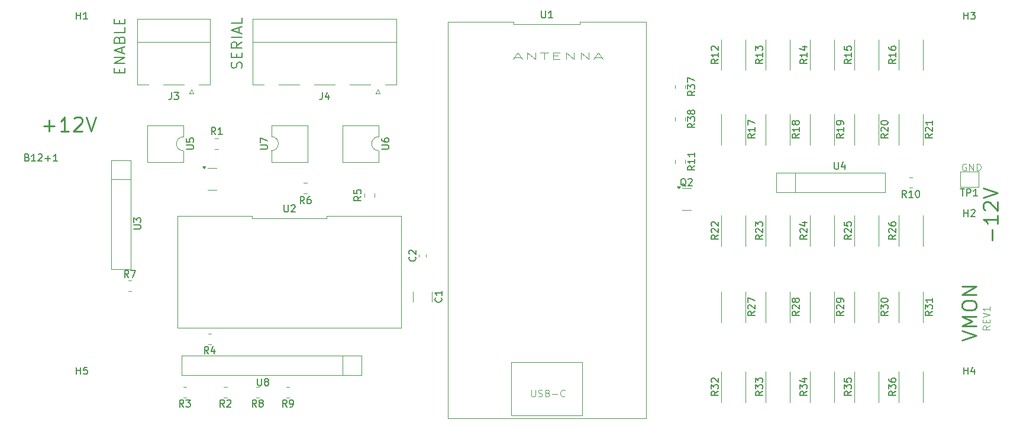
<source format=gbr>
%TF.GenerationSoftware,KiCad,Pcbnew,8.0.8+1*%
%TF.CreationDate,2025-02-28T13:17:03+11:00*%
%TF.ProjectId,vmon,766d6f6e-2e6b-4696-9361-645f70636258,rev?*%
%TF.SameCoordinates,Original*%
%TF.FileFunction,Legend,Top*%
%TF.FilePolarity,Positive*%
%FSLAX46Y46*%
G04 Gerber Fmt 4.6, Leading zero omitted, Abs format (unit mm)*
G04 Created by KiCad (PCBNEW 8.0.8+1) date 2025-02-28 13:17:03*
%MOMM*%
%LPD*%
G01*
G04 APERTURE LIST*
%ADD10C,0.254000*%
%ADD11C,0.100000*%
%ADD12C,0.152400*%
%ADD13C,0.150000*%
%ADD14C,0.120000*%
G04 APERTURE END LIST*
D10*
X186162018Y-101965085D02*
X186162018Y-100416895D01*
X186936113Y-98384894D02*
X186936113Y-99546037D01*
X186936113Y-98965465D02*
X184904113Y-98965465D01*
X184904113Y-98965465D02*
X185194399Y-99158989D01*
X185194399Y-99158989D02*
X185387923Y-99352513D01*
X185387923Y-99352513D02*
X185484685Y-99546037D01*
X185097637Y-97610799D02*
X185000875Y-97514037D01*
X185000875Y-97514037D02*
X184904113Y-97320513D01*
X184904113Y-97320513D02*
X184904113Y-96836704D01*
X184904113Y-96836704D02*
X185000875Y-96643180D01*
X185000875Y-96643180D02*
X185097637Y-96546418D01*
X185097637Y-96546418D02*
X185291161Y-96449656D01*
X185291161Y-96449656D02*
X185484685Y-96449656D01*
X185484685Y-96449656D02*
X185774971Y-96546418D01*
X185774971Y-96546418D02*
X186936113Y-97707561D01*
X186936113Y-97707561D02*
X186936113Y-96449656D01*
X184904113Y-95869085D02*
X186936113Y-95191751D01*
X186936113Y-95191751D02*
X184904113Y-94514418D01*
D11*
X185800419Y-114186687D02*
X185324228Y-114520020D01*
X185800419Y-114758115D02*
X184800419Y-114758115D01*
X184800419Y-114758115D02*
X184800419Y-114377163D01*
X184800419Y-114377163D02*
X184848038Y-114281925D01*
X184848038Y-114281925D02*
X184895657Y-114234306D01*
X184895657Y-114234306D02*
X184990895Y-114186687D01*
X184990895Y-114186687D02*
X185133752Y-114186687D01*
X185133752Y-114186687D02*
X185228990Y-114234306D01*
X185228990Y-114234306D02*
X185276609Y-114281925D01*
X185276609Y-114281925D02*
X185324228Y-114377163D01*
X185324228Y-114377163D02*
X185324228Y-114758115D01*
X185276609Y-113758115D02*
X185276609Y-113424782D01*
X185800419Y-113281925D02*
X185800419Y-113758115D01*
X185800419Y-113758115D02*
X184800419Y-113758115D01*
X184800419Y-113758115D02*
X184800419Y-113281925D01*
X184800419Y-112996210D02*
X185800419Y-112662877D01*
X185800419Y-112662877D02*
X184800419Y-112329544D01*
X185800419Y-111472401D02*
X185800419Y-112043829D01*
X185800419Y-111758115D02*
X184800419Y-111758115D01*
X184800419Y-111758115D02*
X184943276Y-111853353D01*
X184943276Y-111853353D02*
X185038514Y-111948591D01*
X185038514Y-111948591D02*
X185086133Y-112043829D01*
D10*
X50434914Y-85578018D02*
X51983105Y-85578018D01*
X51209009Y-86352113D02*
X51209009Y-84803923D01*
X54015105Y-86352113D02*
X52853962Y-86352113D01*
X53434534Y-86352113D02*
X53434534Y-84320113D01*
X53434534Y-84320113D02*
X53241010Y-84610399D01*
X53241010Y-84610399D02*
X53047486Y-84803923D01*
X53047486Y-84803923D02*
X52853962Y-84900685D01*
X54789200Y-84513637D02*
X54885962Y-84416875D01*
X54885962Y-84416875D02*
X55079486Y-84320113D01*
X55079486Y-84320113D02*
X55563295Y-84320113D01*
X55563295Y-84320113D02*
X55756819Y-84416875D01*
X55756819Y-84416875D02*
X55853581Y-84513637D01*
X55853581Y-84513637D02*
X55950343Y-84707161D01*
X55950343Y-84707161D02*
X55950343Y-84900685D01*
X55950343Y-84900685D02*
X55853581Y-85190971D01*
X55853581Y-85190971D02*
X54692438Y-86352113D01*
X54692438Y-86352113D02*
X55950343Y-86352113D01*
X56530914Y-84320113D02*
X57208248Y-86352113D01*
X57208248Y-86352113D02*
X57885581Y-84320113D01*
D11*
X182407693Y-91038038D02*
X182312455Y-90990419D01*
X182312455Y-90990419D02*
X182169598Y-90990419D01*
X182169598Y-90990419D02*
X182026741Y-91038038D01*
X182026741Y-91038038D02*
X181931503Y-91133276D01*
X181931503Y-91133276D02*
X181883884Y-91228514D01*
X181883884Y-91228514D02*
X181836265Y-91418990D01*
X181836265Y-91418990D02*
X181836265Y-91561847D01*
X181836265Y-91561847D02*
X181883884Y-91752323D01*
X181883884Y-91752323D02*
X181931503Y-91847561D01*
X181931503Y-91847561D02*
X182026741Y-91942800D01*
X182026741Y-91942800D02*
X182169598Y-91990419D01*
X182169598Y-91990419D02*
X182264836Y-91990419D01*
X182264836Y-91990419D02*
X182407693Y-91942800D01*
X182407693Y-91942800D02*
X182455312Y-91895180D01*
X182455312Y-91895180D02*
X182455312Y-91561847D01*
X182455312Y-91561847D02*
X182264836Y-91561847D01*
X182883884Y-91990419D02*
X182883884Y-90990419D01*
X182883884Y-90990419D02*
X183455312Y-91990419D01*
X183455312Y-91990419D02*
X183455312Y-90990419D01*
X183931503Y-91990419D02*
X183931503Y-90990419D01*
X183931503Y-90990419D02*
X184169598Y-90990419D01*
X184169598Y-90990419D02*
X184312455Y-91038038D01*
X184312455Y-91038038D02*
X184407693Y-91133276D01*
X184407693Y-91133276D02*
X184455312Y-91228514D01*
X184455312Y-91228514D02*
X184502931Y-91418990D01*
X184502931Y-91418990D02*
X184502931Y-91561847D01*
X184502931Y-91561847D02*
X184455312Y-91752323D01*
X184455312Y-91752323D02*
X184407693Y-91847561D01*
X184407693Y-91847561D02*
X184312455Y-91942800D01*
X184312455Y-91942800D02*
X184169598Y-91990419D01*
X184169598Y-91990419D02*
X183931503Y-91990419D01*
D10*
X181856113Y-116225371D02*
X183888113Y-115548037D01*
X183888113Y-115548037D02*
X181856113Y-114870704D01*
X183888113Y-114193371D02*
X181856113Y-114193371D01*
X181856113Y-114193371D02*
X183307542Y-113516038D01*
X183307542Y-113516038D02*
X181856113Y-112838704D01*
X181856113Y-112838704D02*
X183888113Y-112838704D01*
X181856113Y-111484037D02*
X181856113Y-111096990D01*
X181856113Y-111096990D02*
X181952875Y-110903466D01*
X181952875Y-110903466D02*
X182146399Y-110709942D01*
X182146399Y-110709942D02*
X182533447Y-110613180D01*
X182533447Y-110613180D02*
X183210780Y-110613180D01*
X183210780Y-110613180D02*
X183597828Y-110709942D01*
X183597828Y-110709942D02*
X183791352Y-110903466D01*
X183791352Y-110903466D02*
X183888113Y-111096990D01*
X183888113Y-111096990D02*
X183888113Y-111484037D01*
X183888113Y-111484037D02*
X183791352Y-111677561D01*
X183791352Y-111677561D02*
X183597828Y-111871085D01*
X183597828Y-111871085D02*
X183210780Y-111967847D01*
X183210780Y-111967847D02*
X182533447Y-111967847D01*
X182533447Y-111967847D02*
X182146399Y-111871085D01*
X182146399Y-111871085D02*
X181952875Y-111677561D01*
X181952875Y-111677561D02*
X181856113Y-111484037D01*
X183888113Y-109742323D02*
X181856113Y-109742323D01*
X181856113Y-109742323D02*
X183888113Y-108581180D01*
X183888113Y-108581180D02*
X181856113Y-108581180D01*
D12*
X61237280Y-78022879D02*
X61237280Y-77514879D01*
X62035566Y-77297165D02*
X62035566Y-78022879D01*
X62035566Y-78022879D02*
X60511566Y-78022879D01*
X60511566Y-78022879D02*
X60511566Y-77297165D01*
X62035566Y-76644022D02*
X60511566Y-76644022D01*
X60511566Y-76644022D02*
X62035566Y-75773165D01*
X62035566Y-75773165D02*
X60511566Y-75773165D01*
X61600137Y-75120023D02*
X61600137Y-74394309D01*
X62035566Y-75265166D02*
X60511566Y-74757166D01*
X60511566Y-74757166D02*
X62035566Y-74249166D01*
X61237280Y-73233165D02*
X61309852Y-73015451D01*
X61309852Y-73015451D02*
X61382423Y-72942880D01*
X61382423Y-72942880D02*
X61527566Y-72870308D01*
X61527566Y-72870308D02*
X61745280Y-72870308D01*
X61745280Y-72870308D02*
X61890423Y-72942880D01*
X61890423Y-72942880D02*
X61962995Y-73015451D01*
X61962995Y-73015451D02*
X62035566Y-73160594D01*
X62035566Y-73160594D02*
X62035566Y-73741165D01*
X62035566Y-73741165D02*
X60511566Y-73741165D01*
X60511566Y-73741165D02*
X60511566Y-73233165D01*
X60511566Y-73233165D02*
X60584137Y-73088023D01*
X60584137Y-73088023D02*
X60656709Y-73015451D01*
X60656709Y-73015451D02*
X60801852Y-72942880D01*
X60801852Y-72942880D02*
X60946995Y-72942880D01*
X60946995Y-72942880D02*
X61092137Y-73015451D01*
X61092137Y-73015451D02*
X61164709Y-73088023D01*
X61164709Y-73088023D02*
X61237280Y-73233165D01*
X61237280Y-73233165D02*
X61237280Y-73741165D01*
X62035566Y-71491451D02*
X62035566Y-72217165D01*
X62035566Y-72217165D02*
X60511566Y-72217165D01*
X61237280Y-70983451D02*
X61237280Y-70475451D01*
X62035566Y-70257737D02*
X62035566Y-70983451D01*
X62035566Y-70983451D02*
X60511566Y-70983451D01*
X60511566Y-70983451D02*
X60511566Y-70257737D01*
X78726995Y-77333451D02*
X78799566Y-77115737D01*
X78799566Y-77115737D02*
X78799566Y-76752879D01*
X78799566Y-76752879D02*
X78726995Y-76607737D01*
X78726995Y-76607737D02*
X78654423Y-76535165D01*
X78654423Y-76535165D02*
X78509280Y-76462594D01*
X78509280Y-76462594D02*
X78364137Y-76462594D01*
X78364137Y-76462594D02*
X78218995Y-76535165D01*
X78218995Y-76535165D02*
X78146423Y-76607737D01*
X78146423Y-76607737D02*
X78073852Y-76752879D01*
X78073852Y-76752879D02*
X78001280Y-77043165D01*
X78001280Y-77043165D02*
X77928709Y-77188308D01*
X77928709Y-77188308D02*
X77856137Y-77260879D01*
X77856137Y-77260879D02*
X77710995Y-77333451D01*
X77710995Y-77333451D02*
X77565852Y-77333451D01*
X77565852Y-77333451D02*
X77420709Y-77260879D01*
X77420709Y-77260879D02*
X77348137Y-77188308D01*
X77348137Y-77188308D02*
X77275566Y-77043165D01*
X77275566Y-77043165D02*
X77275566Y-76680308D01*
X77275566Y-76680308D02*
X77348137Y-76462594D01*
X78001280Y-75809450D02*
X78001280Y-75301450D01*
X78799566Y-75083736D02*
X78799566Y-75809450D01*
X78799566Y-75809450D02*
X77275566Y-75809450D01*
X77275566Y-75809450D02*
X77275566Y-75083736D01*
X78799566Y-73559736D02*
X78073852Y-74067736D01*
X78799566Y-74430593D02*
X77275566Y-74430593D01*
X77275566Y-74430593D02*
X77275566Y-73850022D01*
X77275566Y-73850022D02*
X77348137Y-73704879D01*
X77348137Y-73704879D02*
X77420709Y-73632308D01*
X77420709Y-73632308D02*
X77565852Y-73559736D01*
X77565852Y-73559736D02*
X77783566Y-73559736D01*
X77783566Y-73559736D02*
X77928709Y-73632308D01*
X77928709Y-73632308D02*
X78001280Y-73704879D01*
X78001280Y-73704879D02*
X78073852Y-73850022D01*
X78073852Y-73850022D02*
X78073852Y-74430593D01*
X78799566Y-72906593D02*
X77275566Y-72906593D01*
X78364137Y-72253451D02*
X78364137Y-71527737D01*
X78799566Y-72398594D02*
X77275566Y-71890594D01*
X77275566Y-71890594D02*
X78799566Y-71382594D01*
X78799566Y-70148879D02*
X78799566Y-70874593D01*
X78799566Y-70874593D02*
X77275566Y-70874593D01*
D13*
X62571333Y-107262819D02*
X62238000Y-106786628D01*
X61999905Y-107262819D02*
X61999905Y-106262819D01*
X61999905Y-106262819D02*
X62380857Y-106262819D01*
X62380857Y-106262819D02*
X62476095Y-106310438D01*
X62476095Y-106310438D02*
X62523714Y-106358057D01*
X62523714Y-106358057D02*
X62571333Y-106453295D01*
X62571333Y-106453295D02*
X62571333Y-106596152D01*
X62571333Y-106596152D02*
X62523714Y-106691390D01*
X62523714Y-106691390D02*
X62476095Y-106739009D01*
X62476095Y-106739009D02*
X62380857Y-106786628D01*
X62380857Y-106786628D02*
X61999905Y-106786628D01*
X62904667Y-106262819D02*
X63571333Y-106262819D01*
X63571333Y-106262819D02*
X63142762Y-107262819D01*
X121666095Y-69134819D02*
X121666095Y-69944342D01*
X121666095Y-69944342D02*
X121713714Y-70039580D01*
X121713714Y-70039580D02*
X121761333Y-70087200D01*
X121761333Y-70087200D02*
X121856571Y-70134819D01*
X121856571Y-70134819D02*
X122047047Y-70134819D01*
X122047047Y-70134819D02*
X122142285Y-70087200D01*
X122142285Y-70087200D02*
X122189904Y-70039580D01*
X122189904Y-70039580D02*
X122237523Y-69944342D01*
X122237523Y-69944342D02*
X122237523Y-69134819D01*
X123237523Y-70134819D02*
X122666095Y-70134819D01*
X122951809Y-70134819D02*
X122951809Y-69134819D01*
X122951809Y-69134819D02*
X122856571Y-69277676D01*
X122856571Y-69277676D02*
X122761333Y-69372914D01*
X122761333Y-69372914D02*
X122666095Y-69420533D01*
D11*
X120191884Y-123332419D02*
X120191884Y-124141942D01*
X120191884Y-124141942D02*
X120239503Y-124237180D01*
X120239503Y-124237180D02*
X120287122Y-124284800D01*
X120287122Y-124284800D02*
X120382360Y-124332419D01*
X120382360Y-124332419D02*
X120572836Y-124332419D01*
X120572836Y-124332419D02*
X120668074Y-124284800D01*
X120668074Y-124284800D02*
X120715693Y-124237180D01*
X120715693Y-124237180D02*
X120763312Y-124141942D01*
X120763312Y-124141942D02*
X120763312Y-123332419D01*
X121191884Y-124284800D02*
X121334741Y-124332419D01*
X121334741Y-124332419D02*
X121572836Y-124332419D01*
X121572836Y-124332419D02*
X121668074Y-124284800D01*
X121668074Y-124284800D02*
X121715693Y-124237180D01*
X121715693Y-124237180D02*
X121763312Y-124141942D01*
X121763312Y-124141942D02*
X121763312Y-124046704D01*
X121763312Y-124046704D02*
X121715693Y-123951466D01*
X121715693Y-123951466D02*
X121668074Y-123903847D01*
X121668074Y-123903847D02*
X121572836Y-123856228D01*
X121572836Y-123856228D02*
X121382360Y-123808609D01*
X121382360Y-123808609D02*
X121287122Y-123760990D01*
X121287122Y-123760990D02*
X121239503Y-123713371D01*
X121239503Y-123713371D02*
X121191884Y-123618133D01*
X121191884Y-123618133D02*
X121191884Y-123522895D01*
X121191884Y-123522895D02*
X121239503Y-123427657D01*
X121239503Y-123427657D02*
X121287122Y-123380038D01*
X121287122Y-123380038D02*
X121382360Y-123332419D01*
X121382360Y-123332419D02*
X121620455Y-123332419D01*
X121620455Y-123332419D02*
X121763312Y-123380038D01*
X122525217Y-123808609D02*
X122668074Y-123856228D01*
X122668074Y-123856228D02*
X122715693Y-123903847D01*
X122715693Y-123903847D02*
X122763312Y-123999085D01*
X122763312Y-123999085D02*
X122763312Y-124141942D01*
X122763312Y-124141942D02*
X122715693Y-124237180D01*
X122715693Y-124237180D02*
X122668074Y-124284800D01*
X122668074Y-124284800D02*
X122572836Y-124332419D01*
X122572836Y-124332419D02*
X122191884Y-124332419D01*
X122191884Y-124332419D02*
X122191884Y-123332419D01*
X122191884Y-123332419D02*
X122525217Y-123332419D01*
X122525217Y-123332419D02*
X122620455Y-123380038D01*
X122620455Y-123380038D02*
X122668074Y-123427657D01*
X122668074Y-123427657D02*
X122715693Y-123522895D01*
X122715693Y-123522895D02*
X122715693Y-123618133D01*
X122715693Y-123618133D02*
X122668074Y-123713371D01*
X122668074Y-123713371D02*
X122620455Y-123760990D01*
X122620455Y-123760990D02*
X122525217Y-123808609D01*
X122525217Y-123808609D02*
X122191884Y-123808609D01*
X123191884Y-123951466D02*
X123953789Y-123951466D01*
X125001407Y-124237180D02*
X124953788Y-124284800D01*
X124953788Y-124284800D02*
X124810931Y-124332419D01*
X124810931Y-124332419D02*
X124715693Y-124332419D01*
X124715693Y-124332419D02*
X124572836Y-124284800D01*
X124572836Y-124284800D02*
X124477598Y-124189561D01*
X124477598Y-124189561D02*
X124429979Y-124094323D01*
X124429979Y-124094323D02*
X124382360Y-123903847D01*
X124382360Y-123903847D02*
X124382360Y-123760990D01*
X124382360Y-123760990D02*
X124429979Y-123570514D01*
X124429979Y-123570514D02*
X124477598Y-123475276D01*
X124477598Y-123475276D02*
X124572836Y-123380038D01*
X124572836Y-123380038D02*
X124715693Y-123332419D01*
X124715693Y-123332419D02*
X124810931Y-123332419D01*
X124810931Y-123332419D02*
X124953788Y-123380038D01*
X124953788Y-123380038D02*
X125001407Y-123427657D01*
X117800836Y-75786704D02*
X118768455Y-75786704D01*
X117607312Y-76072419D02*
X118284646Y-75072419D01*
X118284646Y-75072419D02*
X118961979Y-76072419D01*
X119639312Y-76072419D02*
X119639312Y-75072419D01*
X119639312Y-75072419D02*
X120800455Y-76072419D01*
X120800455Y-76072419D02*
X120800455Y-75072419D01*
X121477788Y-75072419D02*
X122638931Y-75072419D01*
X122058360Y-76072419D02*
X122058360Y-75072419D01*
X123316264Y-75548609D02*
X123993597Y-75548609D01*
X124283883Y-76072419D02*
X123316264Y-76072419D01*
X123316264Y-76072419D02*
X123316264Y-75072419D01*
X123316264Y-75072419D02*
X124283883Y-75072419D01*
X125154740Y-76072419D02*
X125154740Y-75072419D01*
X125154740Y-75072419D02*
X126315883Y-76072419D01*
X126315883Y-76072419D02*
X126315883Y-75072419D01*
X127283502Y-76072419D02*
X127283502Y-75072419D01*
X127283502Y-75072419D02*
X128444645Y-76072419D01*
X128444645Y-76072419D02*
X128444645Y-75072419D01*
X129315502Y-75786704D02*
X130283121Y-75786704D01*
X129121978Y-76072419D02*
X129799312Y-75072419D01*
X129799312Y-75072419D02*
X130476645Y-76072419D01*
D13*
X98812819Y-88899904D02*
X99622342Y-88899904D01*
X99622342Y-88899904D02*
X99717580Y-88852285D01*
X99717580Y-88852285D02*
X99765200Y-88804666D01*
X99765200Y-88804666D02*
X99812819Y-88709428D01*
X99812819Y-88709428D02*
X99812819Y-88518952D01*
X99812819Y-88518952D02*
X99765200Y-88423714D01*
X99765200Y-88423714D02*
X99717580Y-88376095D01*
X99717580Y-88376095D02*
X99622342Y-88328476D01*
X99622342Y-88328476D02*
X98812819Y-88328476D01*
X98812819Y-87423714D02*
X98812819Y-87614190D01*
X98812819Y-87614190D02*
X98860438Y-87709428D01*
X98860438Y-87709428D02*
X98908057Y-87757047D01*
X98908057Y-87757047D02*
X99050914Y-87852285D01*
X99050914Y-87852285D02*
X99241390Y-87899904D01*
X99241390Y-87899904D02*
X99622342Y-87899904D01*
X99622342Y-87899904D02*
X99717580Y-87852285D01*
X99717580Y-87852285D02*
X99765200Y-87804666D01*
X99765200Y-87804666D02*
X99812819Y-87709428D01*
X99812819Y-87709428D02*
X99812819Y-87518952D01*
X99812819Y-87518952D02*
X99765200Y-87423714D01*
X99765200Y-87423714D02*
X99717580Y-87376095D01*
X99717580Y-87376095D02*
X99622342Y-87328476D01*
X99622342Y-87328476D02*
X99384247Y-87328476D01*
X99384247Y-87328476D02*
X99289009Y-87376095D01*
X99289009Y-87376095D02*
X99241390Y-87423714D01*
X99241390Y-87423714D02*
X99193771Y-87518952D01*
X99193771Y-87518952D02*
X99193771Y-87709428D01*
X99193771Y-87709428D02*
X99241390Y-87804666D01*
X99241390Y-87804666D02*
X99289009Y-87852285D01*
X99289009Y-87852285D02*
X99384247Y-87899904D01*
X90289666Y-80825319D02*
X90289666Y-81539604D01*
X90289666Y-81539604D02*
X90242047Y-81682461D01*
X90242047Y-81682461D02*
X90146809Y-81777700D01*
X90146809Y-81777700D02*
X90003952Y-81825319D01*
X90003952Y-81825319D02*
X89908714Y-81825319D01*
X91194428Y-81158652D02*
X91194428Y-81825319D01*
X90956333Y-80777700D02*
X90718238Y-81491985D01*
X90718238Y-81491985D02*
X91337285Y-81491985D01*
X146932819Y-76076857D02*
X146456628Y-76410190D01*
X146932819Y-76648285D02*
X145932819Y-76648285D01*
X145932819Y-76648285D02*
X145932819Y-76267333D01*
X145932819Y-76267333D02*
X145980438Y-76172095D01*
X145980438Y-76172095D02*
X146028057Y-76124476D01*
X146028057Y-76124476D02*
X146123295Y-76076857D01*
X146123295Y-76076857D02*
X146266152Y-76076857D01*
X146266152Y-76076857D02*
X146361390Y-76124476D01*
X146361390Y-76124476D02*
X146409009Y-76172095D01*
X146409009Y-76172095D02*
X146456628Y-76267333D01*
X146456628Y-76267333D02*
X146456628Y-76648285D01*
X146932819Y-75124476D02*
X146932819Y-75695904D01*
X146932819Y-75410190D02*
X145932819Y-75410190D01*
X145932819Y-75410190D02*
X146075676Y-75505428D01*
X146075676Y-75505428D02*
X146170914Y-75600666D01*
X146170914Y-75600666D02*
X146218533Y-75695904D01*
X146028057Y-74743523D02*
X145980438Y-74695904D01*
X145980438Y-74695904D02*
X145932819Y-74600666D01*
X145932819Y-74600666D02*
X145932819Y-74362571D01*
X145932819Y-74362571D02*
X145980438Y-74267333D01*
X145980438Y-74267333D02*
X146028057Y-74219714D01*
X146028057Y-74219714D02*
X146123295Y-74172095D01*
X146123295Y-74172095D02*
X146218533Y-74172095D01*
X146218533Y-74172095D02*
X146361390Y-74219714D01*
X146361390Y-74219714D02*
X146932819Y-74791142D01*
X146932819Y-74791142D02*
X146932819Y-74172095D01*
X153282819Y-101226857D02*
X152806628Y-101560190D01*
X153282819Y-101798285D02*
X152282819Y-101798285D01*
X152282819Y-101798285D02*
X152282819Y-101417333D01*
X152282819Y-101417333D02*
X152330438Y-101322095D01*
X152330438Y-101322095D02*
X152378057Y-101274476D01*
X152378057Y-101274476D02*
X152473295Y-101226857D01*
X152473295Y-101226857D02*
X152616152Y-101226857D01*
X152616152Y-101226857D02*
X152711390Y-101274476D01*
X152711390Y-101274476D02*
X152759009Y-101322095D01*
X152759009Y-101322095D02*
X152806628Y-101417333D01*
X152806628Y-101417333D02*
X152806628Y-101798285D01*
X152378057Y-100845904D02*
X152330438Y-100798285D01*
X152330438Y-100798285D02*
X152282819Y-100703047D01*
X152282819Y-100703047D02*
X152282819Y-100464952D01*
X152282819Y-100464952D02*
X152330438Y-100369714D01*
X152330438Y-100369714D02*
X152378057Y-100322095D01*
X152378057Y-100322095D02*
X152473295Y-100274476D01*
X152473295Y-100274476D02*
X152568533Y-100274476D01*
X152568533Y-100274476D02*
X152711390Y-100322095D01*
X152711390Y-100322095D02*
X153282819Y-100893523D01*
X153282819Y-100893523D02*
X153282819Y-100274476D01*
X152282819Y-99941142D02*
X152282819Y-99322095D01*
X152282819Y-99322095D02*
X152663771Y-99655428D01*
X152663771Y-99655428D02*
X152663771Y-99512571D01*
X152663771Y-99512571D02*
X152711390Y-99417333D01*
X152711390Y-99417333D02*
X152759009Y-99369714D01*
X152759009Y-99369714D02*
X152854247Y-99322095D01*
X152854247Y-99322095D02*
X153092342Y-99322095D01*
X153092342Y-99322095D02*
X153187580Y-99369714D01*
X153187580Y-99369714D02*
X153235200Y-99417333D01*
X153235200Y-99417333D02*
X153282819Y-99512571D01*
X153282819Y-99512571D02*
X153282819Y-99798285D01*
X153282819Y-99798285D02*
X153235200Y-99893523D01*
X153235200Y-99893523D02*
X153187580Y-99941142D01*
X165982819Y-123576857D02*
X165506628Y-123910190D01*
X165982819Y-124148285D02*
X164982819Y-124148285D01*
X164982819Y-124148285D02*
X164982819Y-123767333D01*
X164982819Y-123767333D02*
X165030438Y-123672095D01*
X165030438Y-123672095D02*
X165078057Y-123624476D01*
X165078057Y-123624476D02*
X165173295Y-123576857D01*
X165173295Y-123576857D02*
X165316152Y-123576857D01*
X165316152Y-123576857D02*
X165411390Y-123624476D01*
X165411390Y-123624476D02*
X165459009Y-123672095D01*
X165459009Y-123672095D02*
X165506628Y-123767333D01*
X165506628Y-123767333D02*
X165506628Y-124148285D01*
X164982819Y-123243523D02*
X164982819Y-122624476D01*
X164982819Y-122624476D02*
X165363771Y-122957809D01*
X165363771Y-122957809D02*
X165363771Y-122814952D01*
X165363771Y-122814952D02*
X165411390Y-122719714D01*
X165411390Y-122719714D02*
X165459009Y-122672095D01*
X165459009Y-122672095D02*
X165554247Y-122624476D01*
X165554247Y-122624476D02*
X165792342Y-122624476D01*
X165792342Y-122624476D02*
X165887580Y-122672095D01*
X165887580Y-122672095D02*
X165935200Y-122719714D01*
X165935200Y-122719714D02*
X165982819Y-122814952D01*
X165982819Y-122814952D02*
X165982819Y-123100666D01*
X165982819Y-123100666D02*
X165935200Y-123195904D01*
X165935200Y-123195904D02*
X165887580Y-123243523D01*
X164982819Y-121719714D02*
X164982819Y-122195904D01*
X164982819Y-122195904D02*
X165459009Y-122243523D01*
X165459009Y-122243523D02*
X165411390Y-122195904D01*
X165411390Y-122195904D02*
X165363771Y-122100666D01*
X165363771Y-122100666D02*
X165363771Y-121862571D01*
X165363771Y-121862571D02*
X165411390Y-121767333D01*
X165411390Y-121767333D02*
X165459009Y-121719714D01*
X165459009Y-121719714D02*
X165554247Y-121672095D01*
X165554247Y-121672095D02*
X165792342Y-121672095D01*
X165792342Y-121672095D02*
X165887580Y-121719714D01*
X165887580Y-121719714D02*
X165935200Y-121767333D01*
X165935200Y-121767333D02*
X165982819Y-121862571D01*
X165982819Y-121862571D02*
X165982819Y-122100666D01*
X165982819Y-122100666D02*
X165935200Y-122195904D01*
X165935200Y-122195904D02*
X165887580Y-122243523D01*
X159632819Y-101226857D02*
X159156628Y-101560190D01*
X159632819Y-101798285D02*
X158632819Y-101798285D01*
X158632819Y-101798285D02*
X158632819Y-101417333D01*
X158632819Y-101417333D02*
X158680438Y-101322095D01*
X158680438Y-101322095D02*
X158728057Y-101274476D01*
X158728057Y-101274476D02*
X158823295Y-101226857D01*
X158823295Y-101226857D02*
X158966152Y-101226857D01*
X158966152Y-101226857D02*
X159061390Y-101274476D01*
X159061390Y-101274476D02*
X159109009Y-101322095D01*
X159109009Y-101322095D02*
X159156628Y-101417333D01*
X159156628Y-101417333D02*
X159156628Y-101798285D01*
X158728057Y-100845904D02*
X158680438Y-100798285D01*
X158680438Y-100798285D02*
X158632819Y-100703047D01*
X158632819Y-100703047D02*
X158632819Y-100464952D01*
X158632819Y-100464952D02*
X158680438Y-100369714D01*
X158680438Y-100369714D02*
X158728057Y-100322095D01*
X158728057Y-100322095D02*
X158823295Y-100274476D01*
X158823295Y-100274476D02*
X158918533Y-100274476D01*
X158918533Y-100274476D02*
X159061390Y-100322095D01*
X159061390Y-100322095D02*
X159632819Y-100893523D01*
X159632819Y-100893523D02*
X159632819Y-100274476D01*
X158966152Y-99417333D02*
X159632819Y-99417333D01*
X158585200Y-99655428D02*
X159299485Y-99893523D01*
X159299485Y-99893523D02*
X159299485Y-99274476D01*
X171222819Y-86746857D02*
X170746628Y-87080190D01*
X171222819Y-87318285D02*
X170222819Y-87318285D01*
X170222819Y-87318285D02*
X170222819Y-86937333D01*
X170222819Y-86937333D02*
X170270438Y-86842095D01*
X170270438Y-86842095D02*
X170318057Y-86794476D01*
X170318057Y-86794476D02*
X170413295Y-86746857D01*
X170413295Y-86746857D02*
X170556152Y-86746857D01*
X170556152Y-86746857D02*
X170651390Y-86794476D01*
X170651390Y-86794476D02*
X170699009Y-86842095D01*
X170699009Y-86842095D02*
X170746628Y-86937333D01*
X170746628Y-86937333D02*
X170746628Y-87318285D01*
X170318057Y-86365904D02*
X170270438Y-86318285D01*
X170270438Y-86318285D02*
X170222819Y-86223047D01*
X170222819Y-86223047D02*
X170222819Y-85984952D01*
X170222819Y-85984952D02*
X170270438Y-85889714D01*
X170270438Y-85889714D02*
X170318057Y-85842095D01*
X170318057Y-85842095D02*
X170413295Y-85794476D01*
X170413295Y-85794476D02*
X170508533Y-85794476D01*
X170508533Y-85794476D02*
X170651390Y-85842095D01*
X170651390Y-85842095D02*
X171222819Y-86413523D01*
X171222819Y-86413523D02*
X171222819Y-85794476D01*
X170222819Y-85175428D02*
X170222819Y-85080190D01*
X170222819Y-85080190D02*
X170270438Y-84984952D01*
X170270438Y-84984952D02*
X170318057Y-84937333D01*
X170318057Y-84937333D02*
X170413295Y-84889714D01*
X170413295Y-84889714D02*
X170603771Y-84842095D01*
X170603771Y-84842095D02*
X170841866Y-84842095D01*
X170841866Y-84842095D02*
X171032342Y-84889714D01*
X171032342Y-84889714D02*
X171127580Y-84937333D01*
X171127580Y-84937333D02*
X171175200Y-84984952D01*
X171175200Y-84984952D02*
X171222819Y-85080190D01*
X171222819Y-85080190D02*
X171222819Y-85175428D01*
X171222819Y-85175428D02*
X171175200Y-85270666D01*
X171175200Y-85270666D02*
X171127580Y-85318285D01*
X171127580Y-85318285D02*
X171032342Y-85365904D01*
X171032342Y-85365904D02*
X170841866Y-85413523D01*
X170841866Y-85413523D02*
X170603771Y-85413523D01*
X170603771Y-85413523D02*
X170413295Y-85365904D01*
X170413295Y-85365904D02*
X170318057Y-85318285D01*
X170318057Y-85318285D02*
X170270438Y-85270666D01*
X170270438Y-85270666D02*
X170222819Y-85175428D01*
X76271333Y-125802819D02*
X75938000Y-125326628D01*
X75699905Y-125802819D02*
X75699905Y-124802819D01*
X75699905Y-124802819D02*
X76080857Y-124802819D01*
X76080857Y-124802819D02*
X76176095Y-124850438D01*
X76176095Y-124850438D02*
X76223714Y-124898057D01*
X76223714Y-124898057D02*
X76271333Y-124993295D01*
X76271333Y-124993295D02*
X76271333Y-125136152D01*
X76271333Y-125136152D02*
X76223714Y-125231390D01*
X76223714Y-125231390D02*
X76176095Y-125279009D01*
X76176095Y-125279009D02*
X76080857Y-125326628D01*
X76080857Y-125326628D02*
X75699905Y-125326628D01*
X76652286Y-124898057D02*
X76699905Y-124850438D01*
X76699905Y-124850438D02*
X76795143Y-124802819D01*
X76795143Y-124802819D02*
X77033238Y-124802819D01*
X77033238Y-124802819D02*
X77128476Y-124850438D01*
X77128476Y-124850438D02*
X77176095Y-124898057D01*
X77176095Y-124898057D02*
X77223714Y-124993295D01*
X77223714Y-124993295D02*
X77223714Y-125088533D01*
X77223714Y-125088533D02*
X77176095Y-125231390D01*
X77176095Y-125231390D02*
X76604667Y-125802819D01*
X76604667Y-125802819D02*
X77223714Y-125802819D01*
X107307580Y-110187166D02*
X107355200Y-110234785D01*
X107355200Y-110234785D02*
X107402819Y-110377642D01*
X107402819Y-110377642D02*
X107402819Y-110472880D01*
X107402819Y-110472880D02*
X107355200Y-110615737D01*
X107355200Y-110615737D02*
X107259961Y-110710975D01*
X107259961Y-110710975D02*
X107164723Y-110758594D01*
X107164723Y-110758594D02*
X106974247Y-110806213D01*
X106974247Y-110806213D02*
X106831390Y-110806213D01*
X106831390Y-110806213D02*
X106640914Y-110758594D01*
X106640914Y-110758594D02*
X106545676Y-110710975D01*
X106545676Y-110710975D02*
X106450438Y-110615737D01*
X106450438Y-110615737D02*
X106402819Y-110472880D01*
X106402819Y-110472880D02*
X106402819Y-110377642D01*
X106402819Y-110377642D02*
X106450438Y-110234785D01*
X106450438Y-110234785D02*
X106498057Y-110187166D01*
X107402819Y-109234785D02*
X107402819Y-109806213D01*
X107402819Y-109520499D02*
X106402819Y-109520499D01*
X106402819Y-109520499D02*
X106545676Y-109615737D01*
X106545676Y-109615737D02*
X106640914Y-109710975D01*
X106640914Y-109710975D02*
X106688533Y-109806213D01*
X146932819Y-101226857D02*
X146456628Y-101560190D01*
X146932819Y-101798285D02*
X145932819Y-101798285D01*
X145932819Y-101798285D02*
X145932819Y-101417333D01*
X145932819Y-101417333D02*
X145980438Y-101322095D01*
X145980438Y-101322095D02*
X146028057Y-101274476D01*
X146028057Y-101274476D02*
X146123295Y-101226857D01*
X146123295Y-101226857D02*
X146266152Y-101226857D01*
X146266152Y-101226857D02*
X146361390Y-101274476D01*
X146361390Y-101274476D02*
X146409009Y-101322095D01*
X146409009Y-101322095D02*
X146456628Y-101417333D01*
X146456628Y-101417333D02*
X146456628Y-101798285D01*
X146028057Y-100845904D02*
X145980438Y-100798285D01*
X145980438Y-100798285D02*
X145932819Y-100703047D01*
X145932819Y-100703047D02*
X145932819Y-100464952D01*
X145932819Y-100464952D02*
X145980438Y-100369714D01*
X145980438Y-100369714D02*
X146028057Y-100322095D01*
X146028057Y-100322095D02*
X146123295Y-100274476D01*
X146123295Y-100274476D02*
X146218533Y-100274476D01*
X146218533Y-100274476D02*
X146361390Y-100322095D01*
X146361390Y-100322095D02*
X146932819Y-100893523D01*
X146932819Y-100893523D02*
X146932819Y-100274476D01*
X146028057Y-99893523D02*
X145980438Y-99845904D01*
X145980438Y-99845904D02*
X145932819Y-99750666D01*
X145932819Y-99750666D02*
X145932819Y-99512571D01*
X145932819Y-99512571D02*
X145980438Y-99417333D01*
X145980438Y-99417333D02*
X146028057Y-99369714D01*
X146028057Y-99369714D02*
X146123295Y-99322095D01*
X146123295Y-99322095D02*
X146218533Y-99322095D01*
X146218533Y-99322095D02*
X146361390Y-99369714D01*
X146361390Y-99369714D02*
X146932819Y-99941142D01*
X146932819Y-99941142D02*
X146932819Y-99322095D01*
X177572819Y-86746857D02*
X177096628Y-87080190D01*
X177572819Y-87318285D02*
X176572819Y-87318285D01*
X176572819Y-87318285D02*
X176572819Y-86937333D01*
X176572819Y-86937333D02*
X176620438Y-86842095D01*
X176620438Y-86842095D02*
X176668057Y-86794476D01*
X176668057Y-86794476D02*
X176763295Y-86746857D01*
X176763295Y-86746857D02*
X176906152Y-86746857D01*
X176906152Y-86746857D02*
X177001390Y-86794476D01*
X177001390Y-86794476D02*
X177049009Y-86842095D01*
X177049009Y-86842095D02*
X177096628Y-86937333D01*
X177096628Y-86937333D02*
X177096628Y-87318285D01*
X176668057Y-86365904D02*
X176620438Y-86318285D01*
X176620438Y-86318285D02*
X176572819Y-86223047D01*
X176572819Y-86223047D02*
X176572819Y-85984952D01*
X176572819Y-85984952D02*
X176620438Y-85889714D01*
X176620438Y-85889714D02*
X176668057Y-85842095D01*
X176668057Y-85842095D02*
X176763295Y-85794476D01*
X176763295Y-85794476D02*
X176858533Y-85794476D01*
X176858533Y-85794476D02*
X177001390Y-85842095D01*
X177001390Y-85842095D02*
X177572819Y-86413523D01*
X177572819Y-86413523D02*
X177572819Y-85794476D01*
X177572819Y-84842095D02*
X177572819Y-85413523D01*
X177572819Y-85127809D02*
X176572819Y-85127809D01*
X176572819Y-85127809D02*
X176715676Y-85223047D01*
X176715676Y-85223047D02*
X176810914Y-85318285D01*
X176810914Y-85318285D02*
X176858533Y-85413523D01*
X55118095Y-70314819D02*
X55118095Y-69314819D01*
X55118095Y-69791009D02*
X55689523Y-69791009D01*
X55689523Y-70314819D02*
X55689523Y-69314819D01*
X56689523Y-70314819D02*
X56118095Y-70314819D01*
X56403809Y-70314819D02*
X56403809Y-69314819D01*
X56403809Y-69314819D02*
X56308571Y-69457676D01*
X56308571Y-69457676D02*
X56213333Y-69552914D01*
X56213333Y-69552914D02*
X56118095Y-69600533D01*
X143582819Y-80636857D02*
X143106628Y-80970190D01*
X143582819Y-81208285D02*
X142582819Y-81208285D01*
X142582819Y-81208285D02*
X142582819Y-80827333D01*
X142582819Y-80827333D02*
X142630438Y-80732095D01*
X142630438Y-80732095D02*
X142678057Y-80684476D01*
X142678057Y-80684476D02*
X142773295Y-80636857D01*
X142773295Y-80636857D02*
X142916152Y-80636857D01*
X142916152Y-80636857D02*
X143011390Y-80684476D01*
X143011390Y-80684476D02*
X143059009Y-80732095D01*
X143059009Y-80732095D02*
X143106628Y-80827333D01*
X143106628Y-80827333D02*
X143106628Y-81208285D01*
X142582819Y-80303523D02*
X142582819Y-79684476D01*
X142582819Y-79684476D02*
X142963771Y-80017809D01*
X142963771Y-80017809D02*
X142963771Y-79874952D01*
X142963771Y-79874952D02*
X143011390Y-79779714D01*
X143011390Y-79779714D02*
X143059009Y-79732095D01*
X143059009Y-79732095D02*
X143154247Y-79684476D01*
X143154247Y-79684476D02*
X143392342Y-79684476D01*
X143392342Y-79684476D02*
X143487580Y-79732095D01*
X143487580Y-79732095D02*
X143535200Y-79779714D01*
X143535200Y-79779714D02*
X143582819Y-79874952D01*
X143582819Y-79874952D02*
X143582819Y-80160666D01*
X143582819Y-80160666D02*
X143535200Y-80255904D01*
X143535200Y-80255904D02*
X143487580Y-80303523D01*
X142582819Y-79351142D02*
X142582819Y-78684476D01*
X142582819Y-78684476D02*
X143582819Y-79113047D01*
X63322819Y-100329904D02*
X64132342Y-100329904D01*
X64132342Y-100329904D02*
X64227580Y-100282285D01*
X64227580Y-100282285D02*
X64275200Y-100234666D01*
X64275200Y-100234666D02*
X64322819Y-100139428D01*
X64322819Y-100139428D02*
X64322819Y-99948952D01*
X64322819Y-99948952D02*
X64275200Y-99853714D01*
X64275200Y-99853714D02*
X64227580Y-99806095D01*
X64227580Y-99806095D02*
X64132342Y-99758476D01*
X64132342Y-99758476D02*
X63322819Y-99758476D01*
X63322819Y-99377523D02*
X63322819Y-98758476D01*
X63322819Y-98758476D02*
X63703771Y-99091809D01*
X63703771Y-99091809D02*
X63703771Y-98948952D01*
X63703771Y-98948952D02*
X63751390Y-98853714D01*
X63751390Y-98853714D02*
X63799009Y-98806095D01*
X63799009Y-98806095D02*
X63894247Y-98758476D01*
X63894247Y-98758476D02*
X64132342Y-98758476D01*
X64132342Y-98758476D02*
X64227580Y-98806095D01*
X64227580Y-98806095D02*
X64275200Y-98853714D01*
X64275200Y-98853714D02*
X64322819Y-98948952D01*
X64322819Y-98948952D02*
X64322819Y-99234666D01*
X64322819Y-99234666D02*
X64275200Y-99329904D01*
X64275200Y-99329904D02*
X64227580Y-99377523D01*
X182118095Y-121114819D02*
X182118095Y-120114819D01*
X182118095Y-120591009D02*
X182689523Y-120591009D01*
X182689523Y-121114819D02*
X182689523Y-120114819D01*
X183594285Y-120448152D02*
X183594285Y-121114819D01*
X183356190Y-120067200D02*
X183118095Y-120781485D01*
X183118095Y-120781485D02*
X183737142Y-120781485D01*
X172332819Y-101226857D02*
X171856628Y-101560190D01*
X172332819Y-101798285D02*
X171332819Y-101798285D01*
X171332819Y-101798285D02*
X171332819Y-101417333D01*
X171332819Y-101417333D02*
X171380438Y-101322095D01*
X171380438Y-101322095D02*
X171428057Y-101274476D01*
X171428057Y-101274476D02*
X171523295Y-101226857D01*
X171523295Y-101226857D02*
X171666152Y-101226857D01*
X171666152Y-101226857D02*
X171761390Y-101274476D01*
X171761390Y-101274476D02*
X171809009Y-101322095D01*
X171809009Y-101322095D02*
X171856628Y-101417333D01*
X171856628Y-101417333D02*
X171856628Y-101798285D01*
X171428057Y-100845904D02*
X171380438Y-100798285D01*
X171380438Y-100798285D02*
X171332819Y-100703047D01*
X171332819Y-100703047D02*
X171332819Y-100464952D01*
X171332819Y-100464952D02*
X171380438Y-100369714D01*
X171380438Y-100369714D02*
X171428057Y-100322095D01*
X171428057Y-100322095D02*
X171523295Y-100274476D01*
X171523295Y-100274476D02*
X171618533Y-100274476D01*
X171618533Y-100274476D02*
X171761390Y-100322095D01*
X171761390Y-100322095D02*
X172332819Y-100893523D01*
X172332819Y-100893523D02*
X172332819Y-100274476D01*
X171332819Y-99417333D02*
X171332819Y-99607809D01*
X171332819Y-99607809D02*
X171380438Y-99703047D01*
X171380438Y-99703047D02*
X171428057Y-99750666D01*
X171428057Y-99750666D02*
X171570914Y-99845904D01*
X171570914Y-99845904D02*
X171761390Y-99893523D01*
X171761390Y-99893523D02*
X172142342Y-99893523D01*
X172142342Y-99893523D02*
X172237580Y-99845904D01*
X172237580Y-99845904D02*
X172285200Y-99798285D01*
X172285200Y-99798285D02*
X172332819Y-99703047D01*
X172332819Y-99703047D02*
X172332819Y-99512571D01*
X172332819Y-99512571D02*
X172285200Y-99417333D01*
X172285200Y-99417333D02*
X172237580Y-99369714D01*
X172237580Y-99369714D02*
X172142342Y-99322095D01*
X172142342Y-99322095D02*
X171904247Y-99322095D01*
X171904247Y-99322095D02*
X171809009Y-99369714D01*
X171809009Y-99369714D02*
X171761390Y-99417333D01*
X171761390Y-99417333D02*
X171713771Y-99512571D01*
X171713771Y-99512571D02*
X171713771Y-99703047D01*
X171713771Y-99703047D02*
X171761390Y-99798285D01*
X171761390Y-99798285D02*
X171809009Y-99845904D01*
X171809009Y-99845904D02*
X171904247Y-99893523D01*
X70445333Y-125802819D02*
X70112000Y-125326628D01*
X69873905Y-125802819D02*
X69873905Y-124802819D01*
X69873905Y-124802819D02*
X70254857Y-124802819D01*
X70254857Y-124802819D02*
X70350095Y-124850438D01*
X70350095Y-124850438D02*
X70397714Y-124898057D01*
X70397714Y-124898057D02*
X70445333Y-124993295D01*
X70445333Y-124993295D02*
X70445333Y-125136152D01*
X70445333Y-125136152D02*
X70397714Y-125231390D01*
X70397714Y-125231390D02*
X70350095Y-125279009D01*
X70350095Y-125279009D02*
X70254857Y-125326628D01*
X70254857Y-125326628D02*
X69873905Y-125326628D01*
X70778667Y-124802819D02*
X71397714Y-124802819D01*
X71397714Y-124802819D02*
X71064381Y-125183771D01*
X71064381Y-125183771D02*
X71207238Y-125183771D01*
X71207238Y-125183771D02*
X71302476Y-125231390D01*
X71302476Y-125231390D02*
X71350095Y-125279009D01*
X71350095Y-125279009D02*
X71397714Y-125374247D01*
X71397714Y-125374247D02*
X71397714Y-125612342D01*
X71397714Y-125612342D02*
X71350095Y-125707580D01*
X71350095Y-125707580D02*
X71302476Y-125755200D01*
X71302476Y-125755200D02*
X71207238Y-125802819D01*
X71207238Y-125802819D02*
X70921524Y-125802819D01*
X70921524Y-125802819D02*
X70826286Y-125755200D01*
X70826286Y-125755200D02*
X70778667Y-125707580D01*
X68699666Y-80825319D02*
X68699666Y-81539604D01*
X68699666Y-81539604D02*
X68652047Y-81682461D01*
X68652047Y-81682461D02*
X68556809Y-81777700D01*
X68556809Y-81777700D02*
X68413952Y-81825319D01*
X68413952Y-81825319D02*
X68318714Y-81825319D01*
X69080619Y-80825319D02*
X69699666Y-80825319D01*
X69699666Y-80825319D02*
X69366333Y-81206271D01*
X69366333Y-81206271D02*
X69509190Y-81206271D01*
X69509190Y-81206271D02*
X69604428Y-81253890D01*
X69604428Y-81253890D02*
X69652047Y-81301509D01*
X69652047Y-81301509D02*
X69699666Y-81396747D01*
X69699666Y-81396747D02*
X69699666Y-81634842D01*
X69699666Y-81634842D02*
X69652047Y-81730080D01*
X69652047Y-81730080D02*
X69604428Y-81777700D01*
X69604428Y-81777700D02*
X69509190Y-81825319D01*
X69509190Y-81825319D02*
X69223476Y-81825319D01*
X69223476Y-81825319D02*
X69128238Y-81777700D01*
X69128238Y-81777700D02*
X69080619Y-81730080D01*
X159632819Y-123576857D02*
X159156628Y-123910190D01*
X159632819Y-124148285D02*
X158632819Y-124148285D01*
X158632819Y-124148285D02*
X158632819Y-123767333D01*
X158632819Y-123767333D02*
X158680438Y-123672095D01*
X158680438Y-123672095D02*
X158728057Y-123624476D01*
X158728057Y-123624476D02*
X158823295Y-123576857D01*
X158823295Y-123576857D02*
X158966152Y-123576857D01*
X158966152Y-123576857D02*
X159061390Y-123624476D01*
X159061390Y-123624476D02*
X159109009Y-123672095D01*
X159109009Y-123672095D02*
X159156628Y-123767333D01*
X159156628Y-123767333D02*
X159156628Y-124148285D01*
X158632819Y-123243523D02*
X158632819Y-122624476D01*
X158632819Y-122624476D02*
X159013771Y-122957809D01*
X159013771Y-122957809D02*
X159013771Y-122814952D01*
X159013771Y-122814952D02*
X159061390Y-122719714D01*
X159061390Y-122719714D02*
X159109009Y-122672095D01*
X159109009Y-122672095D02*
X159204247Y-122624476D01*
X159204247Y-122624476D02*
X159442342Y-122624476D01*
X159442342Y-122624476D02*
X159537580Y-122672095D01*
X159537580Y-122672095D02*
X159585200Y-122719714D01*
X159585200Y-122719714D02*
X159632819Y-122814952D01*
X159632819Y-122814952D02*
X159632819Y-123100666D01*
X159632819Y-123100666D02*
X159585200Y-123195904D01*
X159585200Y-123195904D02*
X159537580Y-123243523D01*
X158966152Y-121767333D02*
X159632819Y-121767333D01*
X158585200Y-122005428D02*
X159299485Y-122243523D01*
X159299485Y-122243523D02*
X159299485Y-121624476D01*
X85193333Y-125802819D02*
X84860000Y-125326628D01*
X84621905Y-125802819D02*
X84621905Y-124802819D01*
X84621905Y-124802819D02*
X85002857Y-124802819D01*
X85002857Y-124802819D02*
X85098095Y-124850438D01*
X85098095Y-124850438D02*
X85145714Y-124898057D01*
X85145714Y-124898057D02*
X85193333Y-124993295D01*
X85193333Y-124993295D02*
X85193333Y-125136152D01*
X85193333Y-125136152D02*
X85145714Y-125231390D01*
X85145714Y-125231390D02*
X85098095Y-125279009D01*
X85098095Y-125279009D02*
X85002857Y-125326628D01*
X85002857Y-125326628D02*
X84621905Y-125326628D01*
X85669524Y-125802819D02*
X85860000Y-125802819D01*
X85860000Y-125802819D02*
X85955238Y-125755200D01*
X85955238Y-125755200D02*
X86002857Y-125707580D01*
X86002857Y-125707580D02*
X86098095Y-125564723D01*
X86098095Y-125564723D02*
X86145714Y-125374247D01*
X86145714Y-125374247D02*
X86145714Y-124993295D01*
X86145714Y-124993295D02*
X86098095Y-124898057D01*
X86098095Y-124898057D02*
X86050476Y-124850438D01*
X86050476Y-124850438D02*
X85955238Y-124802819D01*
X85955238Y-124802819D02*
X85764762Y-124802819D01*
X85764762Y-124802819D02*
X85669524Y-124850438D01*
X85669524Y-124850438D02*
X85621905Y-124898057D01*
X85621905Y-124898057D02*
X85574286Y-124993295D01*
X85574286Y-124993295D02*
X85574286Y-125231390D01*
X85574286Y-125231390D02*
X85621905Y-125326628D01*
X85621905Y-125326628D02*
X85669524Y-125374247D01*
X85669524Y-125374247D02*
X85764762Y-125421866D01*
X85764762Y-125421866D02*
X85955238Y-125421866D01*
X85955238Y-125421866D02*
X86050476Y-125374247D01*
X86050476Y-125374247D02*
X86098095Y-125326628D01*
X86098095Y-125326628D02*
X86145714Y-125231390D01*
X158522819Y-112146857D02*
X158046628Y-112480190D01*
X158522819Y-112718285D02*
X157522819Y-112718285D01*
X157522819Y-112718285D02*
X157522819Y-112337333D01*
X157522819Y-112337333D02*
X157570438Y-112242095D01*
X157570438Y-112242095D02*
X157618057Y-112194476D01*
X157618057Y-112194476D02*
X157713295Y-112146857D01*
X157713295Y-112146857D02*
X157856152Y-112146857D01*
X157856152Y-112146857D02*
X157951390Y-112194476D01*
X157951390Y-112194476D02*
X157999009Y-112242095D01*
X157999009Y-112242095D02*
X158046628Y-112337333D01*
X158046628Y-112337333D02*
X158046628Y-112718285D01*
X157618057Y-111765904D02*
X157570438Y-111718285D01*
X157570438Y-111718285D02*
X157522819Y-111623047D01*
X157522819Y-111623047D02*
X157522819Y-111384952D01*
X157522819Y-111384952D02*
X157570438Y-111289714D01*
X157570438Y-111289714D02*
X157618057Y-111242095D01*
X157618057Y-111242095D02*
X157713295Y-111194476D01*
X157713295Y-111194476D02*
X157808533Y-111194476D01*
X157808533Y-111194476D02*
X157951390Y-111242095D01*
X157951390Y-111242095D02*
X158522819Y-111813523D01*
X158522819Y-111813523D02*
X158522819Y-111194476D01*
X157951390Y-110623047D02*
X157903771Y-110718285D01*
X157903771Y-110718285D02*
X157856152Y-110765904D01*
X157856152Y-110765904D02*
X157760914Y-110813523D01*
X157760914Y-110813523D02*
X157713295Y-110813523D01*
X157713295Y-110813523D02*
X157618057Y-110765904D01*
X157618057Y-110765904D02*
X157570438Y-110718285D01*
X157570438Y-110718285D02*
X157522819Y-110623047D01*
X157522819Y-110623047D02*
X157522819Y-110432571D01*
X157522819Y-110432571D02*
X157570438Y-110337333D01*
X157570438Y-110337333D02*
X157618057Y-110289714D01*
X157618057Y-110289714D02*
X157713295Y-110242095D01*
X157713295Y-110242095D02*
X157760914Y-110242095D01*
X157760914Y-110242095D02*
X157856152Y-110289714D01*
X157856152Y-110289714D02*
X157903771Y-110337333D01*
X157903771Y-110337333D02*
X157951390Y-110432571D01*
X157951390Y-110432571D02*
X157951390Y-110623047D01*
X157951390Y-110623047D02*
X157999009Y-110718285D01*
X157999009Y-110718285D02*
X158046628Y-110765904D01*
X158046628Y-110765904D02*
X158141866Y-110813523D01*
X158141866Y-110813523D02*
X158332342Y-110813523D01*
X158332342Y-110813523D02*
X158427580Y-110765904D01*
X158427580Y-110765904D02*
X158475200Y-110718285D01*
X158475200Y-110718285D02*
X158522819Y-110623047D01*
X158522819Y-110623047D02*
X158522819Y-110432571D01*
X158522819Y-110432571D02*
X158475200Y-110337333D01*
X158475200Y-110337333D02*
X158427580Y-110289714D01*
X158427580Y-110289714D02*
X158332342Y-110242095D01*
X158332342Y-110242095D02*
X158141866Y-110242095D01*
X158141866Y-110242095D02*
X158046628Y-110289714D01*
X158046628Y-110289714D02*
X157999009Y-110337333D01*
X157999009Y-110337333D02*
X157951390Y-110432571D01*
X171222819Y-112146857D02*
X170746628Y-112480190D01*
X171222819Y-112718285D02*
X170222819Y-112718285D01*
X170222819Y-112718285D02*
X170222819Y-112337333D01*
X170222819Y-112337333D02*
X170270438Y-112242095D01*
X170270438Y-112242095D02*
X170318057Y-112194476D01*
X170318057Y-112194476D02*
X170413295Y-112146857D01*
X170413295Y-112146857D02*
X170556152Y-112146857D01*
X170556152Y-112146857D02*
X170651390Y-112194476D01*
X170651390Y-112194476D02*
X170699009Y-112242095D01*
X170699009Y-112242095D02*
X170746628Y-112337333D01*
X170746628Y-112337333D02*
X170746628Y-112718285D01*
X170222819Y-111813523D02*
X170222819Y-111194476D01*
X170222819Y-111194476D02*
X170603771Y-111527809D01*
X170603771Y-111527809D02*
X170603771Y-111384952D01*
X170603771Y-111384952D02*
X170651390Y-111289714D01*
X170651390Y-111289714D02*
X170699009Y-111242095D01*
X170699009Y-111242095D02*
X170794247Y-111194476D01*
X170794247Y-111194476D02*
X171032342Y-111194476D01*
X171032342Y-111194476D02*
X171127580Y-111242095D01*
X171127580Y-111242095D02*
X171175200Y-111289714D01*
X171175200Y-111289714D02*
X171222819Y-111384952D01*
X171222819Y-111384952D02*
X171222819Y-111670666D01*
X171222819Y-111670666D02*
X171175200Y-111765904D01*
X171175200Y-111765904D02*
X171127580Y-111813523D01*
X170222819Y-110575428D02*
X170222819Y-110480190D01*
X170222819Y-110480190D02*
X170270438Y-110384952D01*
X170270438Y-110384952D02*
X170318057Y-110337333D01*
X170318057Y-110337333D02*
X170413295Y-110289714D01*
X170413295Y-110289714D02*
X170603771Y-110242095D01*
X170603771Y-110242095D02*
X170841866Y-110242095D01*
X170841866Y-110242095D02*
X171032342Y-110289714D01*
X171032342Y-110289714D02*
X171127580Y-110337333D01*
X171127580Y-110337333D02*
X171175200Y-110384952D01*
X171175200Y-110384952D02*
X171222819Y-110480190D01*
X171222819Y-110480190D02*
X171222819Y-110575428D01*
X171222819Y-110575428D02*
X171175200Y-110670666D01*
X171175200Y-110670666D02*
X171127580Y-110718285D01*
X171127580Y-110718285D02*
X171032342Y-110765904D01*
X171032342Y-110765904D02*
X170841866Y-110813523D01*
X170841866Y-110813523D02*
X170603771Y-110813523D01*
X170603771Y-110813523D02*
X170413295Y-110765904D01*
X170413295Y-110765904D02*
X170318057Y-110718285D01*
X170318057Y-110718285D02*
X170270438Y-110670666D01*
X170270438Y-110670666D02*
X170222819Y-110575428D01*
X164872819Y-86746857D02*
X164396628Y-87080190D01*
X164872819Y-87318285D02*
X163872819Y-87318285D01*
X163872819Y-87318285D02*
X163872819Y-86937333D01*
X163872819Y-86937333D02*
X163920438Y-86842095D01*
X163920438Y-86842095D02*
X163968057Y-86794476D01*
X163968057Y-86794476D02*
X164063295Y-86746857D01*
X164063295Y-86746857D02*
X164206152Y-86746857D01*
X164206152Y-86746857D02*
X164301390Y-86794476D01*
X164301390Y-86794476D02*
X164349009Y-86842095D01*
X164349009Y-86842095D02*
X164396628Y-86937333D01*
X164396628Y-86937333D02*
X164396628Y-87318285D01*
X164872819Y-85794476D02*
X164872819Y-86365904D01*
X164872819Y-86080190D02*
X163872819Y-86080190D01*
X163872819Y-86080190D02*
X164015676Y-86175428D01*
X164015676Y-86175428D02*
X164110914Y-86270666D01*
X164110914Y-86270666D02*
X164158533Y-86365904D01*
X164872819Y-85318285D02*
X164872819Y-85127809D01*
X164872819Y-85127809D02*
X164825200Y-85032571D01*
X164825200Y-85032571D02*
X164777580Y-84984952D01*
X164777580Y-84984952D02*
X164634723Y-84889714D01*
X164634723Y-84889714D02*
X164444247Y-84842095D01*
X164444247Y-84842095D02*
X164063295Y-84842095D01*
X164063295Y-84842095D02*
X163968057Y-84889714D01*
X163968057Y-84889714D02*
X163920438Y-84937333D01*
X163920438Y-84937333D02*
X163872819Y-85032571D01*
X163872819Y-85032571D02*
X163872819Y-85223047D01*
X163872819Y-85223047D02*
X163920438Y-85318285D01*
X163920438Y-85318285D02*
X163968057Y-85365904D01*
X163968057Y-85365904D02*
X164063295Y-85413523D01*
X164063295Y-85413523D02*
X164301390Y-85413523D01*
X164301390Y-85413523D02*
X164396628Y-85365904D01*
X164396628Y-85365904D02*
X164444247Y-85318285D01*
X164444247Y-85318285D02*
X164491866Y-85223047D01*
X164491866Y-85223047D02*
X164491866Y-85032571D01*
X164491866Y-85032571D02*
X164444247Y-84937333D01*
X164444247Y-84937333D02*
X164396628Y-84889714D01*
X164396628Y-84889714D02*
X164301390Y-84842095D01*
X163576095Y-90778819D02*
X163576095Y-91588342D01*
X163576095Y-91588342D02*
X163623714Y-91683580D01*
X163623714Y-91683580D02*
X163671333Y-91731200D01*
X163671333Y-91731200D02*
X163766571Y-91778819D01*
X163766571Y-91778819D02*
X163957047Y-91778819D01*
X163957047Y-91778819D02*
X164052285Y-91731200D01*
X164052285Y-91731200D02*
X164099904Y-91683580D01*
X164099904Y-91683580D02*
X164147523Y-91588342D01*
X164147523Y-91588342D02*
X164147523Y-90778819D01*
X165052285Y-91112152D02*
X165052285Y-91778819D01*
X164814190Y-90731200D02*
X164576095Y-91445485D01*
X164576095Y-91445485D02*
X165195142Y-91445485D01*
X152172819Y-112146857D02*
X151696628Y-112480190D01*
X152172819Y-112718285D02*
X151172819Y-112718285D01*
X151172819Y-112718285D02*
X151172819Y-112337333D01*
X151172819Y-112337333D02*
X151220438Y-112242095D01*
X151220438Y-112242095D02*
X151268057Y-112194476D01*
X151268057Y-112194476D02*
X151363295Y-112146857D01*
X151363295Y-112146857D02*
X151506152Y-112146857D01*
X151506152Y-112146857D02*
X151601390Y-112194476D01*
X151601390Y-112194476D02*
X151649009Y-112242095D01*
X151649009Y-112242095D02*
X151696628Y-112337333D01*
X151696628Y-112337333D02*
X151696628Y-112718285D01*
X151268057Y-111765904D02*
X151220438Y-111718285D01*
X151220438Y-111718285D02*
X151172819Y-111623047D01*
X151172819Y-111623047D02*
X151172819Y-111384952D01*
X151172819Y-111384952D02*
X151220438Y-111289714D01*
X151220438Y-111289714D02*
X151268057Y-111242095D01*
X151268057Y-111242095D02*
X151363295Y-111194476D01*
X151363295Y-111194476D02*
X151458533Y-111194476D01*
X151458533Y-111194476D02*
X151601390Y-111242095D01*
X151601390Y-111242095D02*
X152172819Y-111813523D01*
X152172819Y-111813523D02*
X152172819Y-111194476D01*
X151172819Y-110861142D02*
X151172819Y-110194476D01*
X151172819Y-110194476D02*
X152172819Y-110623047D01*
X70877819Y-88909904D02*
X71687342Y-88909904D01*
X71687342Y-88909904D02*
X71782580Y-88862285D01*
X71782580Y-88862285D02*
X71830200Y-88814666D01*
X71830200Y-88814666D02*
X71877819Y-88719428D01*
X71877819Y-88719428D02*
X71877819Y-88528952D01*
X71877819Y-88528952D02*
X71830200Y-88433714D01*
X71830200Y-88433714D02*
X71782580Y-88386095D01*
X71782580Y-88386095D02*
X71687342Y-88338476D01*
X71687342Y-88338476D02*
X70877819Y-88338476D01*
X70877819Y-87386095D02*
X70877819Y-87862285D01*
X70877819Y-87862285D02*
X71354009Y-87909904D01*
X71354009Y-87909904D02*
X71306390Y-87862285D01*
X71306390Y-87862285D02*
X71258771Y-87767047D01*
X71258771Y-87767047D02*
X71258771Y-87528952D01*
X71258771Y-87528952D02*
X71306390Y-87433714D01*
X71306390Y-87433714D02*
X71354009Y-87386095D01*
X71354009Y-87386095D02*
X71449247Y-87338476D01*
X71449247Y-87338476D02*
X71687342Y-87338476D01*
X71687342Y-87338476D02*
X71782580Y-87386095D01*
X71782580Y-87386095D02*
X71830200Y-87433714D01*
X71830200Y-87433714D02*
X71877819Y-87528952D01*
X71877819Y-87528952D02*
X71877819Y-87767047D01*
X71877819Y-87767047D02*
X71830200Y-87862285D01*
X71830200Y-87862285D02*
X71782580Y-87909904D01*
X84836095Y-96906219D02*
X84836095Y-97715742D01*
X84836095Y-97715742D02*
X84883714Y-97810980D01*
X84883714Y-97810980D02*
X84931333Y-97858600D01*
X84931333Y-97858600D02*
X85026571Y-97906219D01*
X85026571Y-97906219D02*
X85217047Y-97906219D01*
X85217047Y-97906219D02*
X85312285Y-97858600D01*
X85312285Y-97858600D02*
X85359904Y-97810980D01*
X85359904Y-97810980D02*
X85407523Y-97715742D01*
X85407523Y-97715742D02*
X85407523Y-96906219D01*
X85836095Y-97001457D02*
X85883714Y-96953838D01*
X85883714Y-96953838D02*
X85978952Y-96906219D01*
X85978952Y-96906219D02*
X86217047Y-96906219D01*
X86217047Y-96906219D02*
X86312285Y-96953838D01*
X86312285Y-96953838D02*
X86359904Y-97001457D01*
X86359904Y-97001457D02*
X86407523Y-97096695D01*
X86407523Y-97096695D02*
X86407523Y-97191933D01*
X86407523Y-97191933D02*
X86359904Y-97334790D01*
X86359904Y-97334790D02*
X85788476Y-97906219D01*
X85788476Y-97906219D02*
X86407523Y-97906219D01*
X75017333Y-86814819D02*
X74684000Y-86338628D01*
X74445905Y-86814819D02*
X74445905Y-85814819D01*
X74445905Y-85814819D02*
X74826857Y-85814819D01*
X74826857Y-85814819D02*
X74922095Y-85862438D01*
X74922095Y-85862438D02*
X74969714Y-85910057D01*
X74969714Y-85910057D02*
X75017333Y-86005295D01*
X75017333Y-86005295D02*
X75017333Y-86148152D01*
X75017333Y-86148152D02*
X74969714Y-86243390D01*
X74969714Y-86243390D02*
X74922095Y-86291009D01*
X74922095Y-86291009D02*
X74826857Y-86338628D01*
X74826857Y-86338628D02*
X74445905Y-86338628D01*
X75969714Y-86814819D02*
X75398286Y-86814819D01*
X75684000Y-86814819D02*
X75684000Y-85814819D01*
X75684000Y-85814819D02*
X75588762Y-85957676D01*
X75588762Y-85957676D02*
X75493524Y-86052914D01*
X75493524Y-86052914D02*
X75398286Y-86100533D01*
X182118095Y-70314819D02*
X182118095Y-69314819D01*
X182118095Y-69791009D02*
X182689523Y-69791009D01*
X182689523Y-70314819D02*
X182689523Y-69314819D01*
X183070476Y-69314819D02*
X183689523Y-69314819D01*
X183689523Y-69314819D02*
X183356190Y-69695771D01*
X183356190Y-69695771D02*
X183499047Y-69695771D01*
X183499047Y-69695771D02*
X183594285Y-69743390D01*
X183594285Y-69743390D02*
X183641904Y-69791009D01*
X183641904Y-69791009D02*
X183689523Y-69886247D01*
X183689523Y-69886247D02*
X183689523Y-70124342D01*
X183689523Y-70124342D02*
X183641904Y-70219580D01*
X183641904Y-70219580D02*
X183594285Y-70267200D01*
X183594285Y-70267200D02*
X183499047Y-70314819D01*
X183499047Y-70314819D02*
X183213333Y-70314819D01*
X183213333Y-70314819D02*
X183118095Y-70267200D01*
X183118095Y-70267200D02*
X183070476Y-70219580D01*
X182118095Y-98554819D02*
X182118095Y-97554819D01*
X182118095Y-98031009D02*
X182689523Y-98031009D01*
X182689523Y-98554819D02*
X182689523Y-97554819D01*
X183118095Y-97650057D02*
X183165714Y-97602438D01*
X183165714Y-97602438D02*
X183260952Y-97554819D01*
X183260952Y-97554819D02*
X183499047Y-97554819D01*
X183499047Y-97554819D02*
X183594285Y-97602438D01*
X183594285Y-97602438D02*
X183641904Y-97650057D01*
X183641904Y-97650057D02*
X183689523Y-97745295D01*
X183689523Y-97745295D02*
X183689523Y-97840533D01*
X183689523Y-97840533D02*
X183641904Y-97983390D01*
X183641904Y-97983390D02*
X183070476Y-98554819D01*
X183070476Y-98554819D02*
X183689523Y-98554819D01*
X95832819Y-95670666D02*
X95356628Y-96003999D01*
X95832819Y-96242094D02*
X94832819Y-96242094D01*
X94832819Y-96242094D02*
X94832819Y-95861142D01*
X94832819Y-95861142D02*
X94880438Y-95765904D01*
X94880438Y-95765904D02*
X94928057Y-95718285D01*
X94928057Y-95718285D02*
X95023295Y-95670666D01*
X95023295Y-95670666D02*
X95166152Y-95670666D01*
X95166152Y-95670666D02*
X95261390Y-95718285D01*
X95261390Y-95718285D02*
X95309009Y-95765904D01*
X95309009Y-95765904D02*
X95356628Y-95861142D01*
X95356628Y-95861142D02*
X95356628Y-96242094D01*
X94832819Y-94765904D02*
X94832819Y-95242094D01*
X94832819Y-95242094D02*
X95309009Y-95289713D01*
X95309009Y-95289713D02*
X95261390Y-95242094D01*
X95261390Y-95242094D02*
X95213771Y-95146856D01*
X95213771Y-95146856D02*
X95213771Y-94908761D01*
X95213771Y-94908761D02*
X95261390Y-94813523D01*
X95261390Y-94813523D02*
X95309009Y-94765904D01*
X95309009Y-94765904D02*
X95404247Y-94718285D01*
X95404247Y-94718285D02*
X95642342Y-94718285D01*
X95642342Y-94718285D02*
X95737580Y-94765904D01*
X95737580Y-94765904D02*
X95785200Y-94813523D01*
X95785200Y-94813523D02*
X95832819Y-94908761D01*
X95832819Y-94908761D02*
X95832819Y-95146856D01*
X95832819Y-95146856D02*
X95785200Y-95242094D01*
X95785200Y-95242094D02*
X95737580Y-95289713D01*
X48061809Y-90099009D02*
X48204666Y-90146628D01*
X48204666Y-90146628D02*
X48252285Y-90194247D01*
X48252285Y-90194247D02*
X48299904Y-90289485D01*
X48299904Y-90289485D02*
X48299904Y-90432342D01*
X48299904Y-90432342D02*
X48252285Y-90527580D01*
X48252285Y-90527580D02*
X48204666Y-90575200D01*
X48204666Y-90575200D02*
X48109428Y-90622819D01*
X48109428Y-90622819D02*
X47728476Y-90622819D01*
X47728476Y-90622819D02*
X47728476Y-89622819D01*
X47728476Y-89622819D02*
X48061809Y-89622819D01*
X48061809Y-89622819D02*
X48157047Y-89670438D01*
X48157047Y-89670438D02*
X48204666Y-89718057D01*
X48204666Y-89718057D02*
X48252285Y-89813295D01*
X48252285Y-89813295D02*
X48252285Y-89908533D01*
X48252285Y-89908533D02*
X48204666Y-90003771D01*
X48204666Y-90003771D02*
X48157047Y-90051390D01*
X48157047Y-90051390D02*
X48061809Y-90099009D01*
X48061809Y-90099009D02*
X47728476Y-90099009D01*
X49252285Y-90622819D02*
X48680857Y-90622819D01*
X48966571Y-90622819D02*
X48966571Y-89622819D01*
X48966571Y-89622819D02*
X48871333Y-89765676D01*
X48871333Y-89765676D02*
X48776095Y-89860914D01*
X48776095Y-89860914D02*
X48680857Y-89908533D01*
X49633238Y-89718057D02*
X49680857Y-89670438D01*
X49680857Y-89670438D02*
X49776095Y-89622819D01*
X49776095Y-89622819D02*
X50014190Y-89622819D01*
X50014190Y-89622819D02*
X50109428Y-89670438D01*
X50109428Y-89670438D02*
X50157047Y-89718057D01*
X50157047Y-89718057D02*
X50204666Y-89813295D01*
X50204666Y-89813295D02*
X50204666Y-89908533D01*
X50204666Y-89908533D02*
X50157047Y-90051390D01*
X50157047Y-90051390D02*
X49585619Y-90622819D01*
X49585619Y-90622819D02*
X50204666Y-90622819D01*
X50633238Y-90241866D02*
X51395143Y-90241866D01*
X51014190Y-90622819D02*
X51014190Y-89860914D01*
X52395142Y-90622819D02*
X51823714Y-90622819D01*
X52109428Y-90622819D02*
X52109428Y-89622819D01*
X52109428Y-89622819D02*
X52014190Y-89765676D01*
X52014190Y-89765676D02*
X51918952Y-89860914D01*
X51918952Y-89860914D02*
X51823714Y-89908533D01*
X81026095Y-121742819D02*
X81026095Y-122552342D01*
X81026095Y-122552342D02*
X81073714Y-122647580D01*
X81073714Y-122647580D02*
X81121333Y-122695200D01*
X81121333Y-122695200D02*
X81216571Y-122742819D01*
X81216571Y-122742819D02*
X81407047Y-122742819D01*
X81407047Y-122742819D02*
X81502285Y-122695200D01*
X81502285Y-122695200D02*
X81549904Y-122647580D01*
X81549904Y-122647580D02*
X81597523Y-122552342D01*
X81597523Y-122552342D02*
X81597523Y-121742819D01*
X82216571Y-122171390D02*
X82121333Y-122123771D01*
X82121333Y-122123771D02*
X82073714Y-122076152D01*
X82073714Y-122076152D02*
X82026095Y-121980914D01*
X82026095Y-121980914D02*
X82026095Y-121933295D01*
X82026095Y-121933295D02*
X82073714Y-121838057D01*
X82073714Y-121838057D02*
X82121333Y-121790438D01*
X82121333Y-121790438D02*
X82216571Y-121742819D01*
X82216571Y-121742819D02*
X82407047Y-121742819D01*
X82407047Y-121742819D02*
X82502285Y-121790438D01*
X82502285Y-121790438D02*
X82549904Y-121838057D01*
X82549904Y-121838057D02*
X82597523Y-121933295D01*
X82597523Y-121933295D02*
X82597523Y-121980914D01*
X82597523Y-121980914D02*
X82549904Y-122076152D01*
X82549904Y-122076152D02*
X82502285Y-122123771D01*
X82502285Y-122123771D02*
X82407047Y-122171390D01*
X82407047Y-122171390D02*
X82216571Y-122171390D01*
X82216571Y-122171390D02*
X82121333Y-122219009D01*
X82121333Y-122219009D02*
X82073714Y-122266628D01*
X82073714Y-122266628D02*
X82026095Y-122361866D01*
X82026095Y-122361866D02*
X82026095Y-122552342D01*
X82026095Y-122552342D02*
X82073714Y-122647580D01*
X82073714Y-122647580D02*
X82121333Y-122695200D01*
X82121333Y-122695200D02*
X82216571Y-122742819D01*
X82216571Y-122742819D02*
X82407047Y-122742819D01*
X82407047Y-122742819D02*
X82502285Y-122695200D01*
X82502285Y-122695200D02*
X82549904Y-122647580D01*
X82549904Y-122647580D02*
X82597523Y-122552342D01*
X82597523Y-122552342D02*
X82597523Y-122361866D01*
X82597523Y-122361866D02*
X82549904Y-122266628D01*
X82549904Y-122266628D02*
X82502285Y-122219009D01*
X82502285Y-122219009D02*
X82407047Y-122171390D01*
X81452819Y-88899904D02*
X82262342Y-88899904D01*
X82262342Y-88899904D02*
X82357580Y-88852285D01*
X82357580Y-88852285D02*
X82405200Y-88804666D01*
X82405200Y-88804666D02*
X82452819Y-88709428D01*
X82452819Y-88709428D02*
X82452819Y-88518952D01*
X82452819Y-88518952D02*
X82405200Y-88423714D01*
X82405200Y-88423714D02*
X82357580Y-88376095D01*
X82357580Y-88376095D02*
X82262342Y-88328476D01*
X82262342Y-88328476D02*
X81452819Y-88328476D01*
X81452819Y-87947523D02*
X81452819Y-87280857D01*
X81452819Y-87280857D02*
X82452819Y-87709428D01*
X153282819Y-76076857D02*
X152806628Y-76410190D01*
X153282819Y-76648285D02*
X152282819Y-76648285D01*
X152282819Y-76648285D02*
X152282819Y-76267333D01*
X152282819Y-76267333D02*
X152330438Y-76172095D01*
X152330438Y-76172095D02*
X152378057Y-76124476D01*
X152378057Y-76124476D02*
X152473295Y-76076857D01*
X152473295Y-76076857D02*
X152616152Y-76076857D01*
X152616152Y-76076857D02*
X152711390Y-76124476D01*
X152711390Y-76124476D02*
X152759009Y-76172095D01*
X152759009Y-76172095D02*
X152806628Y-76267333D01*
X152806628Y-76267333D02*
X152806628Y-76648285D01*
X153282819Y-75124476D02*
X153282819Y-75695904D01*
X153282819Y-75410190D02*
X152282819Y-75410190D01*
X152282819Y-75410190D02*
X152425676Y-75505428D01*
X152425676Y-75505428D02*
X152520914Y-75600666D01*
X152520914Y-75600666D02*
X152568533Y-75695904D01*
X152282819Y-74791142D02*
X152282819Y-74172095D01*
X152282819Y-74172095D02*
X152663771Y-74505428D01*
X152663771Y-74505428D02*
X152663771Y-74362571D01*
X152663771Y-74362571D02*
X152711390Y-74267333D01*
X152711390Y-74267333D02*
X152759009Y-74219714D01*
X152759009Y-74219714D02*
X152854247Y-74172095D01*
X152854247Y-74172095D02*
X153092342Y-74172095D01*
X153092342Y-74172095D02*
X153187580Y-74219714D01*
X153187580Y-74219714D02*
X153235200Y-74267333D01*
X153235200Y-74267333D02*
X153282819Y-74362571D01*
X153282819Y-74362571D02*
X153282819Y-74648285D01*
X153282819Y-74648285D02*
X153235200Y-74743523D01*
X153235200Y-74743523D02*
X153187580Y-74791142D01*
X153282819Y-123576857D02*
X152806628Y-123910190D01*
X153282819Y-124148285D02*
X152282819Y-124148285D01*
X152282819Y-124148285D02*
X152282819Y-123767333D01*
X152282819Y-123767333D02*
X152330438Y-123672095D01*
X152330438Y-123672095D02*
X152378057Y-123624476D01*
X152378057Y-123624476D02*
X152473295Y-123576857D01*
X152473295Y-123576857D02*
X152616152Y-123576857D01*
X152616152Y-123576857D02*
X152711390Y-123624476D01*
X152711390Y-123624476D02*
X152759009Y-123672095D01*
X152759009Y-123672095D02*
X152806628Y-123767333D01*
X152806628Y-123767333D02*
X152806628Y-124148285D01*
X152282819Y-123243523D02*
X152282819Y-122624476D01*
X152282819Y-122624476D02*
X152663771Y-122957809D01*
X152663771Y-122957809D02*
X152663771Y-122814952D01*
X152663771Y-122814952D02*
X152711390Y-122719714D01*
X152711390Y-122719714D02*
X152759009Y-122672095D01*
X152759009Y-122672095D02*
X152854247Y-122624476D01*
X152854247Y-122624476D02*
X153092342Y-122624476D01*
X153092342Y-122624476D02*
X153187580Y-122672095D01*
X153187580Y-122672095D02*
X153235200Y-122719714D01*
X153235200Y-122719714D02*
X153282819Y-122814952D01*
X153282819Y-122814952D02*
X153282819Y-123100666D01*
X153282819Y-123100666D02*
X153235200Y-123195904D01*
X153235200Y-123195904D02*
X153187580Y-123243523D01*
X152282819Y-122291142D02*
X152282819Y-121672095D01*
X152282819Y-121672095D02*
X152663771Y-122005428D01*
X152663771Y-122005428D02*
X152663771Y-121862571D01*
X152663771Y-121862571D02*
X152711390Y-121767333D01*
X152711390Y-121767333D02*
X152759009Y-121719714D01*
X152759009Y-121719714D02*
X152854247Y-121672095D01*
X152854247Y-121672095D02*
X153092342Y-121672095D01*
X153092342Y-121672095D02*
X153187580Y-121719714D01*
X153187580Y-121719714D02*
X153235200Y-121767333D01*
X153235200Y-121767333D02*
X153282819Y-121862571D01*
X153282819Y-121862571D02*
X153282819Y-122148285D01*
X153282819Y-122148285D02*
X153235200Y-122243523D01*
X153235200Y-122243523D02*
X153187580Y-122291142D01*
X172332819Y-123576857D02*
X171856628Y-123910190D01*
X172332819Y-124148285D02*
X171332819Y-124148285D01*
X171332819Y-124148285D02*
X171332819Y-123767333D01*
X171332819Y-123767333D02*
X171380438Y-123672095D01*
X171380438Y-123672095D02*
X171428057Y-123624476D01*
X171428057Y-123624476D02*
X171523295Y-123576857D01*
X171523295Y-123576857D02*
X171666152Y-123576857D01*
X171666152Y-123576857D02*
X171761390Y-123624476D01*
X171761390Y-123624476D02*
X171809009Y-123672095D01*
X171809009Y-123672095D02*
X171856628Y-123767333D01*
X171856628Y-123767333D02*
X171856628Y-124148285D01*
X171332819Y-123243523D02*
X171332819Y-122624476D01*
X171332819Y-122624476D02*
X171713771Y-122957809D01*
X171713771Y-122957809D02*
X171713771Y-122814952D01*
X171713771Y-122814952D02*
X171761390Y-122719714D01*
X171761390Y-122719714D02*
X171809009Y-122672095D01*
X171809009Y-122672095D02*
X171904247Y-122624476D01*
X171904247Y-122624476D02*
X172142342Y-122624476D01*
X172142342Y-122624476D02*
X172237580Y-122672095D01*
X172237580Y-122672095D02*
X172285200Y-122719714D01*
X172285200Y-122719714D02*
X172332819Y-122814952D01*
X172332819Y-122814952D02*
X172332819Y-123100666D01*
X172332819Y-123100666D02*
X172285200Y-123195904D01*
X172285200Y-123195904D02*
X172237580Y-123243523D01*
X171332819Y-121767333D02*
X171332819Y-121957809D01*
X171332819Y-121957809D02*
X171380438Y-122053047D01*
X171380438Y-122053047D02*
X171428057Y-122100666D01*
X171428057Y-122100666D02*
X171570914Y-122195904D01*
X171570914Y-122195904D02*
X171761390Y-122243523D01*
X171761390Y-122243523D02*
X172142342Y-122243523D01*
X172142342Y-122243523D02*
X172237580Y-122195904D01*
X172237580Y-122195904D02*
X172285200Y-122148285D01*
X172285200Y-122148285D02*
X172332819Y-122053047D01*
X172332819Y-122053047D02*
X172332819Y-121862571D01*
X172332819Y-121862571D02*
X172285200Y-121767333D01*
X172285200Y-121767333D02*
X172237580Y-121719714D01*
X172237580Y-121719714D02*
X172142342Y-121672095D01*
X172142342Y-121672095D02*
X171904247Y-121672095D01*
X171904247Y-121672095D02*
X171809009Y-121719714D01*
X171809009Y-121719714D02*
X171761390Y-121767333D01*
X171761390Y-121767333D02*
X171713771Y-121862571D01*
X171713771Y-121862571D02*
X171713771Y-122053047D01*
X171713771Y-122053047D02*
X171761390Y-122148285D01*
X171761390Y-122148285D02*
X171809009Y-122195904D01*
X171809009Y-122195904D02*
X171904247Y-122243523D01*
X142320261Y-94228057D02*
X142225023Y-94180438D01*
X142225023Y-94180438D02*
X142129785Y-94085200D01*
X142129785Y-94085200D02*
X141986928Y-93942342D01*
X141986928Y-93942342D02*
X141891690Y-93894723D01*
X141891690Y-93894723D02*
X141796452Y-93894723D01*
X141844071Y-94132819D02*
X141748833Y-94085200D01*
X141748833Y-94085200D02*
X141653595Y-93989961D01*
X141653595Y-93989961D02*
X141605976Y-93799485D01*
X141605976Y-93799485D02*
X141605976Y-93466152D01*
X141605976Y-93466152D02*
X141653595Y-93275676D01*
X141653595Y-93275676D02*
X141748833Y-93180438D01*
X141748833Y-93180438D02*
X141844071Y-93132819D01*
X141844071Y-93132819D02*
X142034547Y-93132819D01*
X142034547Y-93132819D02*
X142129785Y-93180438D01*
X142129785Y-93180438D02*
X142225023Y-93275676D01*
X142225023Y-93275676D02*
X142272642Y-93466152D01*
X142272642Y-93466152D02*
X142272642Y-93799485D01*
X142272642Y-93799485D02*
X142225023Y-93989961D01*
X142225023Y-93989961D02*
X142129785Y-94085200D01*
X142129785Y-94085200D02*
X142034547Y-94132819D01*
X142034547Y-94132819D02*
X141844071Y-94132819D01*
X142653595Y-93228057D02*
X142701214Y-93180438D01*
X142701214Y-93180438D02*
X142796452Y-93132819D01*
X142796452Y-93132819D02*
X143034547Y-93132819D01*
X143034547Y-93132819D02*
X143129785Y-93180438D01*
X143129785Y-93180438D02*
X143177404Y-93228057D01*
X143177404Y-93228057D02*
X143225023Y-93323295D01*
X143225023Y-93323295D02*
X143225023Y-93418533D01*
X143225023Y-93418533D02*
X143177404Y-93561390D01*
X143177404Y-93561390D02*
X142605976Y-94132819D01*
X142605976Y-94132819D02*
X143225023Y-94132819D01*
X55118095Y-121114819D02*
X55118095Y-120114819D01*
X55118095Y-120591009D02*
X55689523Y-120591009D01*
X55689523Y-121114819D02*
X55689523Y-120114819D01*
X56641904Y-120114819D02*
X56165714Y-120114819D01*
X56165714Y-120114819D02*
X56118095Y-120591009D01*
X56118095Y-120591009D02*
X56165714Y-120543390D01*
X56165714Y-120543390D02*
X56260952Y-120495771D01*
X56260952Y-120495771D02*
X56499047Y-120495771D01*
X56499047Y-120495771D02*
X56594285Y-120543390D01*
X56594285Y-120543390D02*
X56641904Y-120591009D01*
X56641904Y-120591009D02*
X56689523Y-120686247D01*
X56689523Y-120686247D02*
X56689523Y-120924342D01*
X56689523Y-120924342D02*
X56641904Y-121019580D01*
X56641904Y-121019580D02*
X56594285Y-121067200D01*
X56594285Y-121067200D02*
X56499047Y-121114819D01*
X56499047Y-121114819D02*
X56260952Y-121114819D01*
X56260952Y-121114819D02*
X56165714Y-121067200D01*
X56165714Y-121067200D02*
X56118095Y-121019580D01*
X143582819Y-91320857D02*
X143106628Y-91654190D01*
X143582819Y-91892285D02*
X142582819Y-91892285D01*
X142582819Y-91892285D02*
X142582819Y-91511333D01*
X142582819Y-91511333D02*
X142630438Y-91416095D01*
X142630438Y-91416095D02*
X142678057Y-91368476D01*
X142678057Y-91368476D02*
X142773295Y-91320857D01*
X142773295Y-91320857D02*
X142916152Y-91320857D01*
X142916152Y-91320857D02*
X143011390Y-91368476D01*
X143011390Y-91368476D02*
X143059009Y-91416095D01*
X143059009Y-91416095D02*
X143106628Y-91511333D01*
X143106628Y-91511333D02*
X143106628Y-91892285D01*
X143582819Y-90368476D02*
X143582819Y-90939904D01*
X143582819Y-90654190D02*
X142582819Y-90654190D01*
X142582819Y-90654190D02*
X142725676Y-90749428D01*
X142725676Y-90749428D02*
X142820914Y-90844666D01*
X142820914Y-90844666D02*
X142868533Y-90939904D01*
X143582819Y-89416095D02*
X143582819Y-89987523D01*
X143582819Y-89701809D02*
X142582819Y-89701809D01*
X142582819Y-89701809D02*
X142725676Y-89797047D01*
X142725676Y-89797047D02*
X142820914Y-89892285D01*
X142820914Y-89892285D02*
X142868533Y-89987523D01*
X158522819Y-86746857D02*
X158046628Y-87080190D01*
X158522819Y-87318285D02*
X157522819Y-87318285D01*
X157522819Y-87318285D02*
X157522819Y-86937333D01*
X157522819Y-86937333D02*
X157570438Y-86842095D01*
X157570438Y-86842095D02*
X157618057Y-86794476D01*
X157618057Y-86794476D02*
X157713295Y-86746857D01*
X157713295Y-86746857D02*
X157856152Y-86746857D01*
X157856152Y-86746857D02*
X157951390Y-86794476D01*
X157951390Y-86794476D02*
X157999009Y-86842095D01*
X157999009Y-86842095D02*
X158046628Y-86937333D01*
X158046628Y-86937333D02*
X158046628Y-87318285D01*
X158522819Y-85794476D02*
X158522819Y-86365904D01*
X158522819Y-86080190D02*
X157522819Y-86080190D01*
X157522819Y-86080190D02*
X157665676Y-86175428D01*
X157665676Y-86175428D02*
X157760914Y-86270666D01*
X157760914Y-86270666D02*
X157808533Y-86365904D01*
X157951390Y-85223047D02*
X157903771Y-85318285D01*
X157903771Y-85318285D02*
X157856152Y-85365904D01*
X157856152Y-85365904D02*
X157760914Y-85413523D01*
X157760914Y-85413523D02*
X157713295Y-85413523D01*
X157713295Y-85413523D02*
X157618057Y-85365904D01*
X157618057Y-85365904D02*
X157570438Y-85318285D01*
X157570438Y-85318285D02*
X157522819Y-85223047D01*
X157522819Y-85223047D02*
X157522819Y-85032571D01*
X157522819Y-85032571D02*
X157570438Y-84937333D01*
X157570438Y-84937333D02*
X157618057Y-84889714D01*
X157618057Y-84889714D02*
X157713295Y-84842095D01*
X157713295Y-84842095D02*
X157760914Y-84842095D01*
X157760914Y-84842095D02*
X157856152Y-84889714D01*
X157856152Y-84889714D02*
X157903771Y-84937333D01*
X157903771Y-84937333D02*
X157951390Y-85032571D01*
X157951390Y-85032571D02*
X157951390Y-85223047D01*
X157951390Y-85223047D02*
X157999009Y-85318285D01*
X157999009Y-85318285D02*
X158046628Y-85365904D01*
X158046628Y-85365904D02*
X158141866Y-85413523D01*
X158141866Y-85413523D02*
X158332342Y-85413523D01*
X158332342Y-85413523D02*
X158427580Y-85365904D01*
X158427580Y-85365904D02*
X158475200Y-85318285D01*
X158475200Y-85318285D02*
X158522819Y-85223047D01*
X158522819Y-85223047D02*
X158522819Y-85032571D01*
X158522819Y-85032571D02*
X158475200Y-84937333D01*
X158475200Y-84937333D02*
X158427580Y-84889714D01*
X158427580Y-84889714D02*
X158332342Y-84842095D01*
X158332342Y-84842095D02*
X158141866Y-84842095D01*
X158141866Y-84842095D02*
X158046628Y-84889714D01*
X158046628Y-84889714D02*
X157999009Y-84937333D01*
X157999009Y-84937333D02*
X157951390Y-85032571D01*
X165982819Y-101226857D02*
X165506628Y-101560190D01*
X165982819Y-101798285D02*
X164982819Y-101798285D01*
X164982819Y-101798285D02*
X164982819Y-101417333D01*
X164982819Y-101417333D02*
X165030438Y-101322095D01*
X165030438Y-101322095D02*
X165078057Y-101274476D01*
X165078057Y-101274476D02*
X165173295Y-101226857D01*
X165173295Y-101226857D02*
X165316152Y-101226857D01*
X165316152Y-101226857D02*
X165411390Y-101274476D01*
X165411390Y-101274476D02*
X165459009Y-101322095D01*
X165459009Y-101322095D02*
X165506628Y-101417333D01*
X165506628Y-101417333D02*
X165506628Y-101798285D01*
X165078057Y-100845904D02*
X165030438Y-100798285D01*
X165030438Y-100798285D02*
X164982819Y-100703047D01*
X164982819Y-100703047D02*
X164982819Y-100464952D01*
X164982819Y-100464952D02*
X165030438Y-100369714D01*
X165030438Y-100369714D02*
X165078057Y-100322095D01*
X165078057Y-100322095D02*
X165173295Y-100274476D01*
X165173295Y-100274476D02*
X165268533Y-100274476D01*
X165268533Y-100274476D02*
X165411390Y-100322095D01*
X165411390Y-100322095D02*
X165982819Y-100893523D01*
X165982819Y-100893523D02*
X165982819Y-100274476D01*
X164982819Y-99369714D02*
X164982819Y-99845904D01*
X164982819Y-99845904D02*
X165459009Y-99893523D01*
X165459009Y-99893523D02*
X165411390Y-99845904D01*
X165411390Y-99845904D02*
X165363771Y-99750666D01*
X165363771Y-99750666D02*
X165363771Y-99512571D01*
X165363771Y-99512571D02*
X165411390Y-99417333D01*
X165411390Y-99417333D02*
X165459009Y-99369714D01*
X165459009Y-99369714D02*
X165554247Y-99322095D01*
X165554247Y-99322095D02*
X165792342Y-99322095D01*
X165792342Y-99322095D02*
X165887580Y-99369714D01*
X165887580Y-99369714D02*
X165935200Y-99417333D01*
X165935200Y-99417333D02*
X165982819Y-99512571D01*
X165982819Y-99512571D02*
X165982819Y-99750666D01*
X165982819Y-99750666D02*
X165935200Y-99845904D01*
X165935200Y-99845904D02*
X165887580Y-99893523D01*
X74001333Y-118182819D02*
X73668000Y-117706628D01*
X73429905Y-118182819D02*
X73429905Y-117182819D01*
X73429905Y-117182819D02*
X73810857Y-117182819D01*
X73810857Y-117182819D02*
X73906095Y-117230438D01*
X73906095Y-117230438D02*
X73953714Y-117278057D01*
X73953714Y-117278057D02*
X74001333Y-117373295D01*
X74001333Y-117373295D02*
X74001333Y-117516152D01*
X74001333Y-117516152D02*
X73953714Y-117611390D01*
X73953714Y-117611390D02*
X73906095Y-117659009D01*
X73906095Y-117659009D02*
X73810857Y-117706628D01*
X73810857Y-117706628D02*
X73429905Y-117706628D01*
X74858476Y-117516152D02*
X74858476Y-118182819D01*
X74620381Y-117135200D02*
X74382286Y-117849485D01*
X74382286Y-117849485D02*
X75001333Y-117849485D01*
X103577580Y-104319666D02*
X103625200Y-104367285D01*
X103625200Y-104367285D02*
X103672819Y-104510142D01*
X103672819Y-104510142D02*
X103672819Y-104605380D01*
X103672819Y-104605380D02*
X103625200Y-104748237D01*
X103625200Y-104748237D02*
X103529961Y-104843475D01*
X103529961Y-104843475D02*
X103434723Y-104891094D01*
X103434723Y-104891094D02*
X103244247Y-104938713D01*
X103244247Y-104938713D02*
X103101390Y-104938713D01*
X103101390Y-104938713D02*
X102910914Y-104891094D01*
X102910914Y-104891094D02*
X102815676Y-104843475D01*
X102815676Y-104843475D02*
X102720438Y-104748237D01*
X102720438Y-104748237D02*
X102672819Y-104605380D01*
X102672819Y-104605380D02*
X102672819Y-104510142D01*
X102672819Y-104510142D02*
X102720438Y-104367285D01*
X102720438Y-104367285D02*
X102768057Y-104319666D01*
X102768057Y-103938713D02*
X102720438Y-103891094D01*
X102720438Y-103891094D02*
X102672819Y-103795856D01*
X102672819Y-103795856D02*
X102672819Y-103557761D01*
X102672819Y-103557761D02*
X102720438Y-103462523D01*
X102720438Y-103462523D02*
X102768057Y-103414904D01*
X102768057Y-103414904D02*
X102863295Y-103367285D01*
X102863295Y-103367285D02*
X102958533Y-103367285D01*
X102958533Y-103367285D02*
X103101390Y-103414904D01*
X103101390Y-103414904D02*
X103672819Y-103986332D01*
X103672819Y-103986332D02*
X103672819Y-103367285D01*
X159632819Y-76076857D02*
X159156628Y-76410190D01*
X159632819Y-76648285D02*
X158632819Y-76648285D01*
X158632819Y-76648285D02*
X158632819Y-76267333D01*
X158632819Y-76267333D02*
X158680438Y-76172095D01*
X158680438Y-76172095D02*
X158728057Y-76124476D01*
X158728057Y-76124476D02*
X158823295Y-76076857D01*
X158823295Y-76076857D02*
X158966152Y-76076857D01*
X158966152Y-76076857D02*
X159061390Y-76124476D01*
X159061390Y-76124476D02*
X159109009Y-76172095D01*
X159109009Y-76172095D02*
X159156628Y-76267333D01*
X159156628Y-76267333D02*
X159156628Y-76648285D01*
X159632819Y-75124476D02*
X159632819Y-75695904D01*
X159632819Y-75410190D02*
X158632819Y-75410190D01*
X158632819Y-75410190D02*
X158775676Y-75505428D01*
X158775676Y-75505428D02*
X158870914Y-75600666D01*
X158870914Y-75600666D02*
X158918533Y-75695904D01*
X158966152Y-74267333D02*
X159632819Y-74267333D01*
X158585200Y-74505428D02*
X159299485Y-74743523D01*
X159299485Y-74743523D02*
X159299485Y-74124476D01*
X164872819Y-112146857D02*
X164396628Y-112480190D01*
X164872819Y-112718285D02*
X163872819Y-112718285D01*
X163872819Y-112718285D02*
X163872819Y-112337333D01*
X163872819Y-112337333D02*
X163920438Y-112242095D01*
X163920438Y-112242095D02*
X163968057Y-112194476D01*
X163968057Y-112194476D02*
X164063295Y-112146857D01*
X164063295Y-112146857D02*
X164206152Y-112146857D01*
X164206152Y-112146857D02*
X164301390Y-112194476D01*
X164301390Y-112194476D02*
X164349009Y-112242095D01*
X164349009Y-112242095D02*
X164396628Y-112337333D01*
X164396628Y-112337333D02*
X164396628Y-112718285D01*
X163968057Y-111765904D02*
X163920438Y-111718285D01*
X163920438Y-111718285D02*
X163872819Y-111623047D01*
X163872819Y-111623047D02*
X163872819Y-111384952D01*
X163872819Y-111384952D02*
X163920438Y-111289714D01*
X163920438Y-111289714D02*
X163968057Y-111242095D01*
X163968057Y-111242095D02*
X164063295Y-111194476D01*
X164063295Y-111194476D02*
X164158533Y-111194476D01*
X164158533Y-111194476D02*
X164301390Y-111242095D01*
X164301390Y-111242095D02*
X164872819Y-111813523D01*
X164872819Y-111813523D02*
X164872819Y-111194476D01*
X164872819Y-110718285D02*
X164872819Y-110527809D01*
X164872819Y-110527809D02*
X164825200Y-110432571D01*
X164825200Y-110432571D02*
X164777580Y-110384952D01*
X164777580Y-110384952D02*
X164634723Y-110289714D01*
X164634723Y-110289714D02*
X164444247Y-110242095D01*
X164444247Y-110242095D02*
X164063295Y-110242095D01*
X164063295Y-110242095D02*
X163968057Y-110289714D01*
X163968057Y-110289714D02*
X163920438Y-110337333D01*
X163920438Y-110337333D02*
X163872819Y-110432571D01*
X163872819Y-110432571D02*
X163872819Y-110623047D01*
X163872819Y-110623047D02*
X163920438Y-110718285D01*
X163920438Y-110718285D02*
X163968057Y-110765904D01*
X163968057Y-110765904D02*
X164063295Y-110813523D01*
X164063295Y-110813523D02*
X164301390Y-110813523D01*
X164301390Y-110813523D02*
X164396628Y-110765904D01*
X164396628Y-110765904D02*
X164444247Y-110718285D01*
X164444247Y-110718285D02*
X164491866Y-110623047D01*
X164491866Y-110623047D02*
X164491866Y-110432571D01*
X164491866Y-110432571D02*
X164444247Y-110337333D01*
X164444247Y-110337333D02*
X164396628Y-110289714D01*
X164396628Y-110289714D02*
X164301390Y-110242095D01*
X165982819Y-76076857D02*
X165506628Y-76410190D01*
X165982819Y-76648285D02*
X164982819Y-76648285D01*
X164982819Y-76648285D02*
X164982819Y-76267333D01*
X164982819Y-76267333D02*
X165030438Y-76172095D01*
X165030438Y-76172095D02*
X165078057Y-76124476D01*
X165078057Y-76124476D02*
X165173295Y-76076857D01*
X165173295Y-76076857D02*
X165316152Y-76076857D01*
X165316152Y-76076857D02*
X165411390Y-76124476D01*
X165411390Y-76124476D02*
X165459009Y-76172095D01*
X165459009Y-76172095D02*
X165506628Y-76267333D01*
X165506628Y-76267333D02*
X165506628Y-76648285D01*
X165982819Y-75124476D02*
X165982819Y-75695904D01*
X165982819Y-75410190D02*
X164982819Y-75410190D01*
X164982819Y-75410190D02*
X165125676Y-75505428D01*
X165125676Y-75505428D02*
X165220914Y-75600666D01*
X165220914Y-75600666D02*
X165268533Y-75695904D01*
X164982819Y-74219714D02*
X164982819Y-74695904D01*
X164982819Y-74695904D02*
X165459009Y-74743523D01*
X165459009Y-74743523D02*
X165411390Y-74695904D01*
X165411390Y-74695904D02*
X165363771Y-74600666D01*
X165363771Y-74600666D02*
X165363771Y-74362571D01*
X165363771Y-74362571D02*
X165411390Y-74267333D01*
X165411390Y-74267333D02*
X165459009Y-74219714D01*
X165459009Y-74219714D02*
X165554247Y-74172095D01*
X165554247Y-74172095D02*
X165792342Y-74172095D01*
X165792342Y-74172095D02*
X165887580Y-74219714D01*
X165887580Y-74219714D02*
X165935200Y-74267333D01*
X165935200Y-74267333D02*
X165982819Y-74362571D01*
X165982819Y-74362571D02*
X165982819Y-74600666D01*
X165982819Y-74600666D02*
X165935200Y-74695904D01*
X165935200Y-74695904D02*
X165887580Y-74743523D01*
X152172819Y-86746857D02*
X151696628Y-87080190D01*
X152172819Y-87318285D02*
X151172819Y-87318285D01*
X151172819Y-87318285D02*
X151172819Y-86937333D01*
X151172819Y-86937333D02*
X151220438Y-86842095D01*
X151220438Y-86842095D02*
X151268057Y-86794476D01*
X151268057Y-86794476D02*
X151363295Y-86746857D01*
X151363295Y-86746857D02*
X151506152Y-86746857D01*
X151506152Y-86746857D02*
X151601390Y-86794476D01*
X151601390Y-86794476D02*
X151649009Y-86842095D01*
X151649009Y-86842095D02*
X151696628Y-86937333D01*
X151696628Y-86937333D02*
X151696628Y-87318285D01*
X152172819Y-85794476D02*
X152172819Y-86365904D01*
X152172819Y-86080190D02*
X151172819Y-86080190D01*
X151172819Y-86080190D02*
X151315676Y-86175428D01*
X151315676Y-86175428D02*
X151410914Y-86270666D01*
X151410914Y-86270666D02*
X151458533Y-86365904D01*
X151172819Y-85461142D02*
X151172819Y-84794476D01*
X151172819Y-84794476D02*
X152172819Y-85223047D01*
X172332819Y-76076857D02*
X171856628Y-76410190D01*
X172332819Y-76648285D02*
X171332819Y-76648285D01*
X171332819Y-76648285D02*
X171332819Y-76267333D01*
X171332819Y-76267333D02*
X171380438Y-76172095D01*
X171380438Y-76172095D02*
X171428057Y-76124476D01*
X171428057Y-76124476D02*
X171523295Y-76076857D01*
X171523295Y-76076857D02*
X171666152Y-76076857D01*
X171666152Y-76076857D02*
X171761390Y-76124476D01*
X171761390Y-76124476D02*
X171809009Y-76172095D01*
X171809009Y-76172095D02*
X171856628Y-76267333D01*
X171856628Y-76267333D02*
X171856628Y-76648285D01*
X172332819Y-75124476D02*
X172332819Y-75695904D01*
X172332819Y-75410190D02*
X171332819Y-75410190D01*
X171332819Y-75410190D02*
X171475676Y-75505428D01*
X171475676Y-75505428D02*
X171570914Y-75600666D01*
X171570914Y-75600666D02*
X171618533Y-75695904D01*
X171332819Y-74267333D02*
X171332819Y-74457809D01*
X171332819Y-74457809D02*
X171380438Y-74553047D01*
X171380438Y-74553047D02*
X171428057Y-74600666D01*
X171428057Y-74600666D02*
X171570914Y-74695904D01*
X171570914Y-74695904D02*
X171761390Y-74743523D01*
X171761390Y-74743523D02*
X172142342Y-74743523D01*
X172142342Y-74743523D02*
X172237580Y-74695904D01*
X172237580Y-74695904D02*
X172285200Y-74648285D01*
X172285200Y-74648285D02*
X172332819Y-74553047D01*
X172332819Y-74553047D02*
X172332819Y-74362571D01*
X172332819Y-74362571D02*
X172285200Y-74267333D01*
X172285200Y-74267333D02*
X172237580Y-74219714D01*
X172237580Y-74219714D02*
X172142342Y-74172095D01*
X172142342Y-74172095D02*
X171904247Y-74172095D01*
X171904247Y-74172095D02*
X171809009Y-74219714D01*
X171809009Y-74219714D02*
X171761390Y-74267333D01*
X171761390Y-74267333D02*
X171713771Y-74362571D01*
X171713771Y-74362571D02*
X171713771Y-74553047D01*
X171713771Y-74553047D02*
X171761390Y-74648285D01*
X171761390Y-74648285D02*
X171809009Y-74695904D01*
X171809009Y-74695904D02*
X171904247Y-74743523D01*
X87717333Y-96720819D02*
X87384000Y-96244628D01*
X87145905Y-96720819D02*
X87145905Y-95720819D01*
X87145905Y-95720819D02*
X87526857Y-95720819D01*
X87526857Y-95720819D02*
X87622095Y-95768438D01*
X87622095Y-95768438D02*
X87669714Y-95816057D01*
X87669714Y-95816057D02*
X87717333Y-95911295D01*
X87717333Y-95911295D02*
X87717333Y-96054152D01*
X87717333Y-96054152D02*
X87669714Y-96149390D01*
X87669714Y-96149390D02*
X87622095Y-96197009D01*
X87622095Y-96197009D02*
X87526857Y-96244628D01*
X87526857Y-96244628D02*
X87145905Y-96244628D01*
X88574476Y-95720819D02*
X88384000Y-95720819D01*
X88384000Y-95720819D02*
X88288762Y-95768438D01*
X88288762Y-95768438D02*
X88241143Y-95816057D01*
X88241143Y-95816057D02*
X88145905Y-95958914D01*
X88145905Y-95958914D02*
X88098286Y-96149390D01*
X88098286Y-96149390D02*
X88098286Y-96530342D01*
X88098286Y-96530342D02*
X88145905Y-96625580D01*
X88145905Y-96625580D02*
X88193524Y-96673200D01*
X88193524Y-96673200D02*
X88288762Y-96720819D01*
X88288762Y-96720819D02*
X88479238Y-96720819D01*
X88479238Y-96720819D02*
X88574476Y-96673200D01*
X88574476Y-96673200D02*
X88622095Y-96625580D01*
X88622095Y-96625580D02*
X88669714Y-96530342D01*
X88669714Y-96530342D02*
X88669714Y-96292247D01*
X88669714Y-96292247D02*
X88622095Y-96197009D01*
X88622095Y-96197009D02*
X88574476Y-96149390D01*
X88574476Y-96149390D02*
X88479238Y-96101771D01*
X88479238Y-96101771D02*
X88288762Y-96101771D01*
X88288762Y-96101771D02*
X88193524Y-96149390D01*
X88193524Y-96149390D02*
X88145905Y-96197009D01*
X88145905Y-96197009D02*
X88098286Y-96292247D01*
X177572819Y-112146857D02*
X177096628Y-112480190D01*
X177572819Y-112718285D02*
X176572819Y-112718285D01*
X176572819Y-112718285D02*
X176572819Y-112337333D01*
X176572819Y-112337333D02*
X176620438Y-112242095D01*
X176620438Y-112242095D02*
X176668057Y-112194476D01*
X176668057Y-112194476D02*
X176763295Y-112146857D01*
X176763295Y-112146857D02*
X176906152Y-112146857D01*
X176906152Y-112146857D02*
X177001390Y-112194476D01*
X177001390Y-112194476D02*
X177049009Y-112242095D01*
X177049009Y-112242095D02*
X177096628Y-112337333D01*
X177096628Y-112337333D02*
X177096628Y-112718285D01*
X176572819Y-111813523D02*
X176572819Y-111194476D01*
X176572819Y-111194476D02*
X176953771Y-111527809D01*
X176953771Y-111527809D02*
X176953771Y-111384952D01*
X176953771Y-111384952D02*
X177001390Y-111289714D01*
X177001390Y-111289714D02*
X177049009Y-111242095D01*
X177049009Y-111242095D02*
X177144247Y-111194476D01*
X177144247Y-111194476D02*
X177382342Y-111194476D01*
X177382342Y-111194476D02*
X177477580Y-111242095D01*
X177477580Y-111242095D02*
X177525200Y-111289714D01*
X177525200Y-111289714D02*
X177572819Y-111384952D01*
X177572819Y-111384952D02*
X177572819Y-111670666D01*
X177572819Y-111670666D02*
X177525200Y-111765904D01*
X177525200Y-111765904D02*
X177477580Y-111813523D01*
X177572819Y-110242095D02*
X177572819Y-110813523D01*
X177572819Y-110527809D02*
X176572819Y-110527809D01*
X176572819Y-110527809D02*
X176715676Y-110623047D01*
X176715676Y-110623047D02*
X176810914Y-110718285D01*
X176810914Y-110718285D02*
X176858533Y-110813523D01*
X143582819Y-85240857D02*
X143106628Y-85574190D01*
X143582819Y-85812285D02*
X142582819Y-85812285D01*
X142582819Y-85812285D02*
X142582819Y-85431333D01*
X142582819Y-85431333D02*
X142630438Y-85336095D01*
X142630438Y-85336095D02*
X142678057Y-85288476D01*
X142678057Y-85288476D02*
X142773295Y-85240857D01*
X142773295Y-85240857D02*
X142916152Y-85240857D01*
X142916152Y-85240857D02*
X143011390Y-85288476D01*
X143011390Y-85288476D02*
X143059009Y-85336095D01*
X143059009Y-85336095D02*
X143106628Y-85431333D01*
X143106628Y-85431333D02*
X143106628Y-85812285D01*
X142582819Y-84907523D02*
X142582819Y-84288476D01*
X142582819Y-84288476D02*
X142963771Y-84621809D01*
X142963771Y-84621809D02*
X142963771Y-84478952D01*
X142963771Y-84478952D02*
X143011390Y-84383714D01*
X143011390Y-84383714D02*
X143059009Y-84336095D01*
X143059009Y-84336095D02*
X143154247Y-84288476D01*
X143154247Y-84288476D02*
X143392342Y-84288476D01*
X143392342Y-84288476D02*
X143487580Y-84336095D01*
X143487580Y-84336095D02*
X143535200Y-84383714D01*
X143535200Y-84383714D02*
X143582819Y-84478952D01*
X143582819Y-84478952D02*
X143582819Y-84764666D01*
X143582819Y-84764666D02*
X143535200Y-84859904D01*
X143535200Y-84859904D02*
X143487580Y-84907523D01*
X143011390Y-83717047D02*
X142963771Y-83812285D01*
X142963771Y-83812285D02*
X142916152Y-83859904D01*
X142916152Y-83859904D02*
X142820914Y-83907523D01*
X142820914Y-83907523D02*
X142773295Y-83907523D01*
X142773295Y-83907523D02*
X142678057Y-83859904D01*
X142678057Y-83859904D02*
X142630438Y-83812285D01*
X142630438Y-83812285D02*
X142582819Y-83717047D01*
X142582819Y-83717047D02*
X142582819Y-83526571D01*
X142582819Y-83526571D02*
X142630438Y-83431333D01*
X142630438Y-83431333D02*
X142678057Y-83383714D01*
X142678057Y-83383714D02*
X142773295Y-83336095D01*
X142773295Y-83336095D02*
X142820914Y-83336095D01*
X142820914Y-83336095D02*
X142916152Y-83383714D01*
X142916152Y-83383714D02*
X142963771Y-83431333D01*
X142963771Y-83431333D02*
X143011390Y-83526571D01*
X143011390Y-83526571D02*
X143011390Y-83717047D01*
X143011390Y-83717047D02*
X143059009Y-83812285D01*
X143059009Y-83812285D02*
X143106628Y-83859904D01*
X143106628Y-83859904D02*
X143201866Y-83907523D01*
X143201866Y-83907523D02*
X143392342Y-83907523D01*
X143392342Y-83907523D02*
X143487580Y-83859904D01*
X143487580Y-83859904D02*
X143535200Y-83812285D01*
X143535200Y-83812285D02*
X143582819Y-83717047D01*
X143582819Y-83717047D02*
X143582819Y-83526571D01*
X143582819Y-83526571D02*
X143535200Y-83431333D01*
X143535200Y-83431333D02*
X143487580Y-83383714D01*
X143487580Y-83383714D02*
X143392342Y-83336095D01*
X143392342Y-83336095D02*
X143201866Y-83336095D01*
X143201866Y-83336095D02*
X143106628Y-83383714D01*
X143106628Y-83383714D02*
X143059009Y-83431333D01*
X143059009Y-83431333D02*
X143011390Y-83526571D01*
X80859333Y-125802819D02*
X80526000Y-125326628D01*
X80287905Y-125802819D02*
X80287905Y-124802819D01*
X80287905Y-124802819D02*
X80668857Y-124802819D01*
X80668857Y-124802819D02*
X80764095Y-124850438D01*
X80764095Y-124850438D02*
X80811714Y-124898057D01*
X80811714Y-124898057D02*
X80859333Y-124993295D01*
X80859333Y-124993295D02*
X80859333Y-125136152D01*
X80859333Y-125136152D02*
X80811714Y-125231390D01*
X80811714Y-125231390D02*
X80764095Y-125279009D01*
X80764095Y-125279009D02*
X80668857Y-125326628D01*
X80668857Y-125326628D02*
X80287905Y-125326628D01*
X81430762Y-125231390D02*
X81335524Y-125183771D01*
X81335524Y-125183771D02*
X81287905Y-125136152D01*
X81287905Y-125136152D02*
X81240286Y-125040914D01*
X81240286Y-125040914D02*
X81240286Y-124993295D01*
X81240286Y-124993295D02*
X81287905Y-124898057D01*
X81287905Y-124898057D02*
X81335524Y-124850438D01*
X81335524Y-124850438D02*
X81430762Y-124802819D01*
X81430762Y-124802819D02*
X81621238Y-124802819D01*
X81621238Y-124802819D02*
X81716476Y-124850438D01*
X81716476Y-124850438D02*
X81764095Y-124898057D01*
X81764095Y-124898057D02*
X81811714Y-124993295D01*
X81811714Y-124993295D02*
X81811714Y-125040914D01*
X81811714Y-125040914D02*
X81764095Y-125136152D01*
X81764095Y-125136152D02*
X81716476Y-125183771D01*
X81716476Y-125183771D02*
X81621238Y-125231390D01*
X81621238Y-125231390D02*
X81430762Y-125231390D01*
X81430762Y-125231390D02*
X81335524Y-125279009D01*
X81335524Y-125279009D02*
X81287905Y-125326628D01*
X81287905Y-125326628D02*
X81240286Y-125421866D01*
X81240286Y-125421866D02*
X81240286Y-125612342D01*
X81240286Y-125612342D02*
X81287905Y-125707580D01*
X81287905Y-125707580D02*
X81335524Y-125755200D01*
X81335524Y-125755200D02*
X81430762Y-125802819D01*
X81430762Y-125802819D02*
X81621238Y-125802819D01*
X81621238Y-125802819D02*
X81716476Y-125755200D01*
X81716476Y-125755200D02*
X81764095Y-125707580D01*
X81764095Y-125707580D02*
X81811714Y-125612342D01*
X81811714Y-125612342D02*
X81811714Y-125421866D01*
X81811714Y-125421866D02*
X81764095Y-125326628D01*
X81764095Y-125326628D02*
X81716476Y-125279009D01*
X81716476Y-125279009D02*
X81621238Y-125231390D01*
X181618095Y-94622819D02*
X182189523Y-94622819D01*
X181903809Y-95622819D02*
X181903809Y-94622819D01*
X182522857Y-95622819D02*
X182522857Y-94622819D01*
X182522857Y-94622819D02*
X182903809Y-94622819D01*
X182903809Y-94622819D02*
X182999047Y-94670438D01*
X182999047Y-94670438D02*
X183046666Y-94718057D01*
X183046666Y-94718057D02*
X183094285Y-94813295D01*
X183094285Y-94813295D02*
X183094285Y-94956152D01*
X183094285Y-94956152D02*
X183046666Y-95051390D01*
X183046666Y-95051390D02*
X182999047Y-95099009D01*
X182999047Y-95099009D02*
X182903809Y-95146628D01*
X182903809Y-95146628D02*
X182522857Y-95146628D01*
X184046666Y-95622819D02*
X183475238Y-95622819D01*
X183760952Y-95622819D02*
X183760952Y-94622819D01*
X183760952Y-94622819D02*
X183665714Y-94765676D01*
X183665714Y-94765676D02*
X183570476Y-94860914D01*
X183570476Y-94860914D02*
X183475238Y-94908533D01*
X173855142Y-95828819D02*
X173521809Y-95352628D01*
X173283714Y-95828819D02*
X173283714Y-94828819D01*
X173283714Y-94828819D02*
X173664666Y-94828819D01*
X173664666Y-94828819D02*
X173759904Y-94876438D01*
X173759904Y-94876438D02*
X173807523Y-94924057D01*
X173807523Y-94924057D02*
X173855142Y-95019295D01*
X173855142Y-95019295D02*
X173855142Y-95162152D01*
X173855142Y-95162152D02*
X173807523Y-95257390D01*
X173807523Y-95257390D02*
X173759904Y-95305009D01*
X173759904Y-95305009D02*
X173664666Y-95352628D01*
X173664666Y-95352628D02*
X173283714Y-95352628D01*
X174807523Y-95828819D02*
X174236095Y-95828819D01*
X174521809Y-95828819D02*
X174521809Y-94828819D01*
X174521809Y-94828819D02*
X174426571Y-94971676D01*
X174426571Y-94971676D02*
X174331333Y-95066914D01*
X174331333Y-95066914D02*
X174236095Y-95114533D01*
X175426571Y-94828819D02*
X175521809Y-94828819D01*
X175521809Y-94828819D02*
X175617047Y-94876438D01*
X175617047Y-94876438D02*
X175664666Y-94924057D01*
X175664666Y-94924057D02*
X175712285Y-95019295D01*
X175712285Y-95019295D02*
X175759904Y-95209771D01*
X175759904Y-95209771D02*
X175759904Y-95447866D01*
X175759904Y-95447866D02*
X175712285Y-95638342D01*
X175712285Y-95638342D02*
X175664666Y-95733580D01*
X175664666Y-95733580D02*
X175617047Y-95781200D01*
X175617047Y-95781200D02*
X175521809Y-95828819D01*
X175521809Y-95828819D02*
X175426571Y-95828819D01*
X175426571Y-95828819D02*
X175331333Y-95781200D01*
X175331333Y-95781200D02*
X175283714Y-95733580D01*
X175283714Y-95733580D02*
X175236095Y-95638342D01*
X175236095Y-95638342D02*
X175188476Y-95447866D01*
X175188476Y-95447866D02*
X175188476Y-95209771D01*
X175188476Y-95209771D02*
X175236095Y-95019295D01*
X175236095Y-95019295D02*
X175283714Y-94924057D01*
X175283714Y-94924057D02*
X175331333Y-94876438D01*
X175331333Y-94876438D02*
X175426571Y-94828819D01*
X146932819Y-123576857D02*
X146456628Y-123910190D01*
X146932819Y-124148285D02*
X145932819Y-124148285D01*
X145932819Y-124148285D02*
X145932819Y-123767333D01*
X145932819Y-123767333D02*
X145980438Y-123672095D01*
X145980438Y-123672095D02*
X146028057Y-123624476D01*
X146028057Y-123624476D02*
X146123295Y-123576857D01*
X146123295Y-123576857D02*
X146266152Y-123576857D01*
X146266152Y-123576857D02*
X146361390Y-123624476D01*
X146361390Y-123624476D02*
X146409009Y-123672095D01*
X146409009Y-123672095D02*
X146456628Y-123767333D01*
X146456628Y-123767333D02*
X146456628Y-124148285D01*
X145932819Y-123243523D02*
X145932819Y-122624476D01*
X145932819Y-122624476D02*
X146313771Y-122957809D01*
X146313771Y-122957809D02*
X146313771Y-122814952D01*
X146313771Y-122814952D02*
X146361390Y-122719714D01*
X146361390Y-122719714D02*
X146409009Y-122672095D01*
X146409009Y-122672095D02*
X146504247Y-122624476D01*
X146504247Y-122624476D02*
X146742342Y-122624476D01*
X146742342Y-122624476D02*
X146837580Y-122672095D01*
X146837580Y-122672095D02*
X146885200Y-122719714D01*
X146885200Y-122719714D02*
X146932819Y-122814952D01*
X146932819Y-122814952D02*
X146932819Y-123100666D01*
X146932819Y-123100666D02*
X146885200Y-123195904D01*
X146885200Y-123195904D02*
X146837580Y-123243523D01*
X146028057Y-122243523D02*
X145980438Y-122195904D01*
X145980438Y-122195904D02*
X145932819Y-122100666D01*
X145932819Y-122100666D02*
X145932819Y-121862571D01*
X145932819Y-121862571D02*
X145980438Y-121767333D01*
X145980438Y-121767333D02*
X146028057Y-121719714D01*
X146028057Y-121719714D02*
X146123295Y-121672095D01*
X146123295Y-121672095D02*
X146218533Y-121672095D01*
X146218533Y-121672095D02*
X146361390Y-121719714D01*
X146361390Y-121719714D02*
X146932819Y-122291142D01*
X146932819Y-122291142D02*
X146932819Y-121672095D01*
D14*
%TO.C,R7*%
X62510936Y-107723000D02*
X62965064Y-107723000D01*
X62510936Y-109193000D02*
X62965064Y-109193000D01*
%TO.C,U1*%
X108228000Y-127440000D02*
X136627999Y-127440000D01*
X108228001Y-70680000D02*
X108228000Y-127440000D01*
X117694667Y-70680000D02*
X108228001Y-70680000D01*
X117694667Y-71040000D02*
X117694667Y-70680000D01*
X127161333Y-70680000D02*
X127161333Y-71040000D01*
X127161333Y-71040000D02*
X117694667Y-71040000D01*
X136627999Y-127440000D02*
X136628000Y-70680000D01*
X136628000Y-70680000D02*
X127161333Y-70680000D01*
D11*
X127508000Y-119380000D02*
X117348000Y-119380000D01*
X117348000Y-127000000D01*
X127508000Y-127000000D01*
X127508000Y-119380000D01*
D14*
%TO.C,U6*%
X93158000Y-85488000D02*
X93158000Y-90788000D01*
X93158000Y-90788000D02*
X98358000Y-90788000D01*
X98358000Y-85488000D02*
X93158000Y-85488000D01*
X98358000Y-87138000D02*
X98358000Y-85488000D01*
X98358000Y-90788000D02*
X98358000Y-89138000D01*
X98358000Y-89138000D02*
G75*
G02*
X98358000Y-87138000I0J1000000D01*
G01*
%TO.C,J4*%
X80353000Y-70260500D02*
X80353000Y-79680500D01*
X80353000Y-79680500D02*
X81953000Y-79680500D01*
X87033000Y-79680500D02*
X84053000Y-79680500D01*
X92113000Y-79680500D02*
X89133000Y-79680500D01*
X97193000Y-79680500D02*
X94213000Y-79680500D01*
X97943000Y-80970500D02*
X98243000Y-80370500D01*
X98243000Y-80370500D02*
X98543000Y-80970500D01*
X98543000Y-80970500D02*
X97943000Y-80970500D01*
X100893000Y-70260500D02*
X80353000Y-70260500D01*
X100893000Y-73570500D02*
X80353000Y-73570500D01*
X100893000Y-79680500D02*
X99293000Y-79680500D01*
X100893000Y-79680500D02*
X100893000Y-70260500D01*
%TO.C,R12*%
X147388000Y-77611064D02*
X147388000Y-73256936D01*
X150808000Y-77611064D02*
X150808000Y-73256936D01*
%TO.C,R23*%
X153738000Y-102761064D02*
X153738000Y-98406936D01*
X157158000Y-102761064D02*
X157158000Y-98406936D01*
%TO.C,R35*%
X166438000Y-125111064D02*
X166438000Y-120756936D01*
X169858000Y-125111064D02*
X169858000Y-120756936D01*
%TO.C,R24*%
X160088000Y-102761064D02*
X160088000Y-98406936D01*
X163508000Y-102761064D02*
X163508000Y-98406936D01*
%TO.C,R20*%
X166438000Y-83926936D02*
X166438000Y-88281064D01*
X169858000Y-83926936D02*
X169858000Y-88281064D01*
%TO.C,R2*%
X76665064Y-122963000D02*
X76210936Y-122963000D01*
X76665064Y-124433000D02*
X76210936Y-124433000D01*
%TO.C,C1*%
X103288000Y-109309248D02*
X103288000Y-110731752D01*
X106008000Y-109309248D02*
X106008000Y-110731752D01*
%TO.C,R22*%
X147388000Y-102761064D02*
X147388000Y-98406936D01*
X150808000Y-102761064D02*
X150808000Y-98406936D01*
%TO.C,R21*%
X172788000Y-83926936D02*
X172788000Y-88281064D01*
X176208000Y-83926936D02*
X176208000Y-88281064D01*
%TO.C,R37*%
X140743000Y-79766936D02*
X140743000Y-80221064D01*
X142213000Y-79766936D02*
X142213000Y-80221064D01*
%TO.C,U3*%
X60068000Y-90508000D02*
X60068000Y-106088000D01*
X60068000Y-106088000D02*
X62868000Y-106088000D01*
X62868000Y-90508000D02*
X60068000Y-90508000D01*
X62868000Y-93218000D02*
X60068000Y-93218000D01*
X62868000Y-106088000D02*
X62868000Y-90508000D01*
%TO.C,R26*%
X172788000Y-102761064D02*
X172788000Y-98406936D01*
X176208000Y-102761064D02*
X176208000Y-98406936D01*
%TO.C,R3*%
X70839064Y-122963000D02*
X70384936Y-122963000D01*
X70839064Y-124433000D02*
X70384936Y-124433000D01*
%TO.C,J3*%
X63843000Y-70260500D02*
X63843000Y-79680500D01*
X63843000Y-79680500D02*
X65443000Y-79680500D01*
X70523000Y-79680500D02*
X67543000Y-79680500D01*
X71273000Y-80970500D02*
X71573000Y-80370500D01*
X71573000Y-80370500D02*
X71873000Y-80970500D01*
X71873000Y-80970500D02*
X71273000Y-80970500D01*
X74223000Y-70260500D02*
X63843000Y-70260500D01*
X74223000Y-73570500D02*
X63843000Y-73570500D01*
X74223000Y-79680500D02*
X72623000Y-79680500D01*
X74223000Y-79680500D02*
X74223000Y-70260500D01*
%TO.C,R34*%
X160088000Y-125111064D02*
X160088000Y-120756936D01*
X163508000Y-125111064D02*
X163508000Y-120756936D01*
%TO.C,R9*%
X85587064Y-122963000D02*
X85132936Y-122963000D01*
X85587064Y-124433000D02*
X85132936Y-124433000D01*
%TO.C,R28*%
X153738000Y-109326936D02*
X153738000Y-113681064D01*
X157158000Y-109326936D02*
X157158000Y-113681064D01*
%TO.C,R30*%
X166438000Y-109326936D02*
X166438000Y-113681064D01*
X169858000Y-109326936D02*
X169858000Y-113681064D01*
%TO.C,R19*%
X160088000Y-83926936D02*
X160088000Y-88281064D01*
X163508000Y-83926936D02*
X163508000Y-88281064D01*
%TO.C,U4*%
X155278000Y-92324000D02*
X155278000Y-95124000D01*
X155278000Y-95124000D02*
X170858000Y-95124000D01*
X157988000Y-92324000D02*
X157988000Y-95124000D01*
X170858000Y-92324000D02*
X155278000Y-92324000D01*
X170858000Y-95124000D02*
X170858000Y-92324000D01*
%TO.C,R27*%
X147388000Y-109326936D02*
X147388000Y-113681064D01*
X150808000Y-109326936D02*
X150808000Y-113681064D01*
%TO.C,U5*%
X65223000Y-85498000D02*
X65223000Y-90798000D01*
X65223000Y-90798000D02*
X70423000Y-90798000D01*
X70423000Y-85498000D02*
X65223000Y-85498000D01*
X70423000Y-87148000D02*
X70423000Y-85498000D01*
X70423000Y-90798000D02*
X70423000Y-89148000D01*
X70423000Y-89148000D02*
G75*
G02*
X70423000Y-87148000I0J1000000D01*
G01*
%TO.C,U2*%
X69598000Y-98451400D02*
X69598000Y-114451399D01*
X69598000Y-114451399D02*
X101598000Y-114451400D01*
X80264667Y-98451400D02*
X69598000Y-98451400D01*
X80264667Y-98811400D02*
X80264667Y-98451400D01*
X90931333Y-98451400D02*
X90931333Y-98811400D01*
X90931333Y-98811400D02*
X80264667Y-98811400D01*
X101598000Y-98451401D02*
X90931333Y-98451400D01*
X101598000Y-114451400D02*
X101598000Y-98451401D01*
%TO.C,R1*%
X75395064Y-87403000D02*
X74940936Y-87403000D01*
X75395064Y-88873000D02*
X74940936Y-88873000D01*
%TO.C,R5*%
X96293000Y-95731064D02*
X96293000Y-95276936D01*
X97763000Y-95731064D02*
X97763000Y-95276936D01*
%TO.C,U8*%
X70188000Y-118488000D02*
X70188000Y-121288000D01*
X70188000Y-121288000D02*
X95928000Y-121288000D01*
X93218000Y-121288000D02*
X93218000Y-118488000D01*
X95928000Y-118488000D02*
X70188000Y-118488000D01*
X95928000Y-121288000D02*
X95928000Y-118488000D01*
%TO.C,U7*%
X82998000Y-85488000D02*
X82998000Y-87138000D01*
X82998000Y-89138000D02*
X82998000Y-90788000D01*
X82998000Y-90788000D02*
X88198000Y-90788000D01*
X88198000Y-85488000D02*
X82998000Y-85488000D01*
X88198000Y-90788000D02*
X88198000Y-85488000D01*
X82998000Y-87138000D02*
G75*
G02*
X82998000Y-89138000I0J-1000000D01*
G01*
%TO.C,R13*%
X153738000Y-77611064D02*
X153738000Y-73256936D01*
X157158000Y-77611064D02*
X157158000Y-73256936D01*
%TO.C,R33*%
X153738000Y-125111064D02*
X153738000Y-120756936D01*
X157158000Y-125111064D02*
X157158000Y-120756936D01*
%TO.C,R36*%
X172788000Y-125111064D02*
X172788000Y-120756936D01*
X176208000Y-125111064D02*
X176208000Y-120756936D01*
%TO.C,Q2*%
X142415500Y-94518000D02*
X141765500Y-94518000D01*
X142415500Y-94518000D02*
X143065500Y-94518000D01*
X142415500Y-97638000D02*
X141765500Y-97638000D01*
X142415500Y-97638000D02*
X143065500Y-97638000D01*
X141253000Y-94568000D02*
X141013000Y-94238000D01*
X141493000Y-94238000D01*
X141253000Y-94568000D01*
G36*
X141253000Y-94568000D02*
G01*
X141013000Y-94238000D01*
X141493000Y-94238000D01*
X141253000Y-94568000D01*
G37*
%TO.C,R11*%
X140743000Y-90450936D02*
X140743000Y-90905064D01*
X142213000Y-90450936D02*
X142213000Y-90905064D01*
%TO.C,R18*%
X153738000Y-83926936D02*
X153738000Y-88281064D01*
X157158000Y-83926936D02*
X157158000Y-88281064D01*
%TO.C,R25*%
X166438000Y-102761064D02*
X166438000Y-98406936D01*
X169858000Y-102761064D02*
X169858000Y-98406936D01*
%TO.C,R4*%
X74395064Y-115343000D02*
X73940936Y-115343000D01*
X74395064Y-116813000D02*
X73940936Y-116813000D01*
%TO.C,C2*%
X104138000Y-104293580D02*
X104138000Y-104012420D01*
X105158000Y-104293580D02*
X105158000Y-104012420D01*
%TO.C,R14*%
X160088000Y-77611064D02*
X160088000Y-73256936D01*
X163508000Y-77611064D02*
X163508000Y-73256936D01*
%TO.C,R29*%
X160088000Y-109326936D02*
X160088000Y-113681064D01*
X163508000Y-109326936D02*
X163508000Y-113681064D01*
%TO.C,Q1*%
X74500500Y-91658000D02*
X73850500Y-91658000D01*
X74500500Y-91658000D02*
X75150500Y-91658000D01*
X74500500Y-94778000D02*
X73850500Y-94778000D01*
X74500500Y-94778000D02*
X75150500Y-94778000D01*
X73338000Y-91708000D02*
X73098000Y-91378000D01*
X73578000Y-91378000D01*
X73338000Y-91708000D01*
G36*
X73338000Y-91708000D02*
G01*
X73098000Y-91378000D01*
X73578000Y-91378000D01*
X73338000Y-91708000D01*
G37*
%TO.C,R15*%
X166438000Y-77611064D02*
X166438000Y-73256936D01*
X169858000Y-77611064D02*
X169858000Y-73256936D01*
%TO.C,R17*%
X147388000Y-83926936D02*
X147388000Y-88281064D01*
X150808000Y-83926936D02*
X150808000Y-88281064D01*
%TO.C,R16*%
X172788000Y-77611064D02*
X172788000Y-73256936D01*
X176208000Y-77611064D02*
X176208000Y-73256936D01*
%TO.C,R6*%
X87640936Y-93753000D02*
X88095064Y-93753000D01*
X87640936Y-95223000D02*
X88095064Y-95223000D01*
%TO.C,R31*%
X172788000Y-109326936D02*
X172788000Y-113681064D01*
X176208000Y-109326936D02*
X176208000Y-113681064D01*
%TO.C,R38*%
X140743000Y-84370936D02*
X140743000Y-84825064D01*
X142213000Y-84370936D02*
X142213000Y-84825064D01*
%TO.C,R8*%
X81253064Y-122963000D02*
X80798936Y-122963000D01*
X81253064Y-124433000D02*
X80798936Y-124433000D01*
%TO.C,TP1*%
X181580000Y-92118000D02*
X181580000Y-93818000D01*
X181580000Y-93818000D02*
X181580000Y-94318000D01*
X181580000Y-94318000D02*
X184180000Y-94318000D01*
X184180000Y-92118000D02*
X181580000Y-92118000D01*
X184180000Y-94318000D02*
X184180000Y-92118000D01*
%TO.C,R10*%
X174725064Y-92989000D02*
X174270936Y-92989000D01*
X174725064Y-94459000D02*
X174270936Y-94459000D01*
%TO.C,R32*%
X147388000Y-125111064D02*
X147388000Y-120756936D01*
X150808000Y-125111064D02*
X150808000Y-120756936D01*
%TD*%
M02*

</source>
